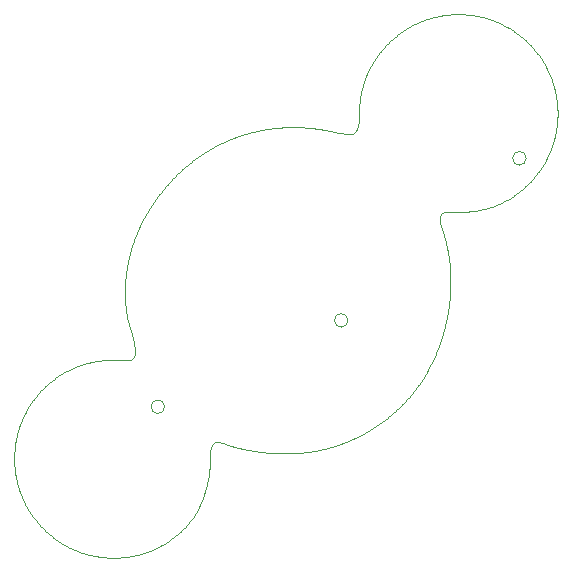
<source format=gbr>
%TF.GenerationSoftware,KiCad,Pcbnew,6.0.1-79c1e3a40b~116~ubuntu20.04.1*%
%TF.CreationDate,2022-02-07T17:34:28-08:00*%
%TF.ProjectId,MirageR1,4d697261-6765-4523-912e-6b696361645f,rev?*%
%TF.SameCoordinates,Original*%
%TF.FileFunction,Profile,NP*%
%FSLAX46Y46*%
G04 Gerber Fmt 4.6, Leading zero omitted, Abs format (unit mm)*
G04 Created by KiCad (PCBNEW 6.0.1-79c1e3a40b~116~ubuntu20.04.1) date 2022-02-07 17:34:28*
%MOMM*%
%LPD*%
G01*
G04 APERTURE LIST*
%TA.AperFunction,Profile*%
%ADD10C,0.100000*%
%TD*%
G04 APERTURE END LIST*
D10*
X153277421Y-100257492D02*
G75*
G03*
X153277421Y-100257492I-576000J0D01*
G01*
X168370299Y-86536679D02*
G75*
G03*
X168370299Y-86536679I-576000J0D01*
G01*
X137750500Y-107571413D02*
G75*
G03*
X137750500Y-107571413I-576000J0D01*
G01*
%TO.C,Ref\u002A\u002A*%
X138638913Y-88080413D02*
X138638913Y-88080413D01*
X138686113Y-88033313D02*
X138638913Y-88080413D01*
X138757113Y-87963113D02*
X138686113Y-88033313D01*
X138828913Y-87893113D02*
X138757113Y-87963113D01*
X138900913Y-87823713D02*
X138828913Y-87893113D01*
X138972813Y-87755413D02*
X138900913Y-87823713D01*
X139045513Y-87687213D02*
X138972813Y-87755413D01*
X139119113Y-87619113D02*
X139045513Y-87687213D01*
X139192613Y-87552013D02*
X139119113Y-87619113D01*
X139266213Y-87485613D02*
X139192613Y-87552013D01*
X139340913Y-87419213D02*
X139266213Y-87485613D01*
X139416013Y-87353213D02*
X139340913Y-87419213D01*
X139491213Y-87288113D02*
X139416013Y-87353213D01*
X139567113Y-87223213D02*
X139491213Y-87288113D01*
X139643413Y-87158913D02*
X139567113Y-87223213D01*
X139719913Y-87095313D02*
X139643413Y-87158913D01*
X139796913Y-87032113D02*
X139719913Y-87095313D01*
X139874313Y-86969513D02*
X139796913Y-87032113D01*
X139952313Y-86907313D02*
X139874313Y-86969513D01*
X140030913Y-86845513D02*
X139952313Y-86907313D01*
X140109713Y-86784413D02*
X140030913Y-86845513D01*
X140189113Y-86723713D02*
X140109713Y-86784413D01*
X140269013Y-86663513D02*
X140189113Y-86723713D01*
X140349113Y-86603913D02*
X140269013Y-86663513D01*
X140430213Y-86544613D02*
X140349113Y-86603913D01*
X140511513Y-86485913D02*
X140430213Y-86544613D01*
X140592613Y-86428313D02*
X140511513Y-86485913D01*
X140674313Y-86371113D02*
X140592613Y-86428313D01*
X140756713Y-86314313D02*
X140674313Y-86371113D01*
X140838913Y-86258413D02*
X140756713Y-86314313D01*
X140921713Y-86203013D02*
X140838913Y-86258413D01*
X141005113Y-86148013D02*
X140921713Y-86203013D01*
X141089113Y-86093513D02*
X141005113Y-86148013D01*
X141173613Y-86039513D02*
X141089113Y-86093513D01*
X141258213Y-85986313D02*
X141173613Y-86039513D01*
X141342913Y-85933813D02*
X141258213Y-85986313D01*
X141427513Y-85882313D02*
X141342913Y-85933813D01*
X141512813Y-85831213D02*
X141427513Y-85882313D01*
X141599313Y-85780213D02*
X141512813Y-85831213D01*
X141685713Y-85730113D02*
X141599313Y-85780213D01*
X141772613Y-85680513D02*
X141685713Y-85730113D01*
X141860313Y-85631313D02*
X141772613Y-85680513D01*
X141947613Y-85583213D02*
X141860313Y-85631313D01*
X142035013Y-85535913D02*
X141947613Y-85583213D01*
X142122913Y-85489013D02*
X142035013Y-85535913D01*
X142211313Y-85442813D02*
X142122913Y-85489013D01*
X142300013Y-85397213D02*
X142211313Y-85442813D01*
X142389113Y-85352213D02*
X142300013Y-85397213D01*
X142478313Y-85308013D02*
X142389113Y-85352213D01*
X142567713Y-85264513D02*
X142478313Y-85308013D01*
X142657013Y-85221813D02*
X142567713Y-85264513D01*
X142747013Y-85179613D02*
X142657013Y-85221813D01*
X142838013Y-85137713D02*
X142747013Y-85179613D01*
X142929213Y-85096613D02*
X142838013Y-85137713D01*
X143020013Y-85056413D02*
X142929213Y-85096613D01*
X143111313Y-85016813D02*
X143020013Y-85056413D01*
X143203413Y-84977713D02*
X143111313Y-85016813D01*
X143295313Y-84939413D02*
X143203413Y-84977713D01*
X143387413Y-84901813D02*
X143295313Y-84939413D01*
X143480113Y-84864813D02*
X143387413Y-84901813D01*
X143572513Y-84828713D02*
X143480113Y-84864813D01*
X143665813Y-84793013D02*
X143572513Y-84828713D01*
X143759213Y-84758113D02*
X143665813Y-84793013D01*
X143852413Y-84724013D02*
X143759213Y-84758113D01*
X143946013Y-84690613D02*
X143852413Y-84724013D01*
X144039813Y-84657813D02*
X143946013Y-84690613D01*
X144133913Y-84625713D02*
X144039813Y-84657813D01*
X144228213Y-84594313D02*
X144133913Y-84625713D01*
X144322713Y-84563713D02*
X144228213Y-84594313D01*
X144417213Y-84533713D02*
X144322713Y-84563713D01*
X144511713Y-84504513D02*
X144417213Y-84533713D01*
X144607413Y-84475813D02*
X144511713Y-84504513D01*
X144703513Y-84447613D02*
X144607413Y-84475813D01*
X144799613Y-84420313D02*
X144703513Y-84447613D01*
X144895513Y-84393713D02*
X144799613Y-84420313D01*
X144991313Y-84367913D02*
X144895513Y-84393713D01*
X145088013Y-84342613D02*
X144991313Y-84367913D01*
X145185013Y-84318013D02*
X145088013Y-84342613D01*
X145281813Y-84294213D02*
X145185013Y-84318013D01*
X145378113Y-84271313D02*
X145281813Y-84294213D01*
X145475313Y-84248813D02*
X145378113Y-84271313D01*
X145572713Y-84227113D02*
X145475313Y-84248813D01*
X145669613Y-84206213D02*
X145572713Y-84227113D01*
X145767313Y-84185913D02*
X145669613Y-84206213D01*
X145865013Y-84166313D02*
X145767313Y-84185913D01*
X145963413Y-84147313D02*
X145865013Y-84166313D01*
X146061913Y-84129113D02*
X145963413Y-84147313D01*
X146159713Y-84111713D02*
X146061913Y-84129113D01*
X146258113Y-84094913D02*
X146159713Y-84111713D01*
X146356413Y-84078813D02*
X146258113Y-84094913D01*
X146455313Y-84063413D02*
X146356413Y-84078813D01*
X146554013Y-84048713D02*
X146455313Y-84063413D01*
X146653313Y-84034613D02*
X146554013Y-84048713D01*
X146752413Y-84021313D02*
X146653313Y-84034613D01*
X146851213Y-84008813D02*
X146752413Y-84021313D01*
X146950213Y-83996913D02*
X146851213Y-84008813D01*
X147049213Y-83985713D02*
X146950213Y-83996913D01*
X147148213Y-83975213D02*
X147049213Y-83985713D01*
X147248013Y-83965413D02*
X147148213Y-83975213D01*
X147347413Y-83956313D02*
X147248013Y-83965413D01*
X147447213Y-83947913D02*
X147347413Y-83956313D01*
X147546513Y-83940213D02*
X147447213Y-83947913D01*
X147646113Y-83933113D02*
X147546513Y-83940213D01*
X147745213Y-83926813D02*
X147646113Y-83933113D01*
X147844613Y-83921213D02*
X147745213Y-83926813D01*
X147944113Y-83916213D02*
X147844613Y-83921213D01*
X148043513Y-83911913D02*
X147944113Y-83916213D01*
X148143613Y-83908313D02*
X148043513Y-83911913D01*
X148242913Y-83905413D02*
X148143613Y-83908313D01*
X148342413Y-83903113D02*
X148242913Y-83905413D01*
X148442013Y-83901613D02*
X148342413Y-83903113D01*
X148541313Y-83900713D02*
X148442013Y-83901613D01*
X148641113Y-83900413D02*
X148541313Y-83900713D01*
X148741113Y-83900913D02*
X148641113Y-83900413D01*
X148840613Y-83902013D02*
X148741113Y-83900913D01*
X148940613Y-83903713D02*
X148840613Y-83902013D01*
X149040613Y-83906213D02*
X148940613Y-83903713D01*
X149140213Y-83909313D02*
X149040613Y-83906213D01*
X149240213Y-83913013D02*
X149140213Y-83909313D01*
X149340213Y-83917413D02*
X149240213Y-83913013D01*
X149439713Y-83922513D02*
X149340213Y-83917413D01*
X149539613Y-83928213D02*
X149439713Y-83922513D01*
X149639313Y-83934613D02*
X149539613Y-83928213D01*
X149738513Y-83941613D02*
X149639313Y-83934613D01*
X149838013Y-83949213D02*
X149738513Y-83941613D01*
X149937413Y-83957513D02*
X149838013Y-83949213D01*
X150036113Y-83966413D02*
X149937413Y-83957513D01*
X150135013Y-83975913D02*
X150036113Y-83966413D01*
X150234913Y-83986213D02*
X150135013Y-83975913D01*
X150334513Y-83997113D02*
X150234913Y-83986213D01*
X150433313Y-84008513D02*
X150334513Y-83997113D01*
X150532413Y-84020613D02*
X150433313Y-84008513D01*
X150631213Y-84033213D02*
X150532413Y-84020613D01*
X150730213Y-84046613D02*
X150631213Y-84033213D01*
X150828913Y-84060513D02*
X150730213Y-84046613D01*
X150927913Y-84075113D02*
X150828913Y-84060513D01*
X151026513Y-84090313D02*
X150927913Y-84075113D01*
X151125313Y-84106113D02*
X151026513Y-84090313D01*
X151223613Y-84122513D02*
X151125313Y-84106113D01*
X151322213Y-84139513D02*
X151223613Y-84122513D01*
X151420313Y-84157013D02*
X151322213Y-84139513D01*
X151487113Y-84171913D02*
X151420313Y-84157013D01*
X151605013Y-84200613D02*
X151487113Y-84171913D01*
X151700313Y-84223113D02*
X151605013Y-84200613D01*
X151794713Y-84244813D02*
X151700313Y-84223113D01*
X151888613Y-84265813D02*
X151794713Y-84244813D01*
X151983013Y-84286213D02*
X151888613Y-84265813D01*
X152077313Y-84306113D02*
X151983013Y-84286213D01*
X152171413Y-84325213D02*
X152077313Y-84306113D01*
X152265913Y-84343813D02*
X152171413Y-84325213D01*
X152360713Y-84361713D02*
X152265913Y-84343813D01*
X152455313Y-84378813D02*
X152360713Y-84361713D01*
X152549513Y-84395013D02*
X152455313Y-84378813D01*
X152643913Y-84410313D02*
X152549513Y-84395013D01*
X152739013Y-84424713D02*
X152643913Y-84410313D01*
X152834613Y-84438013D02*
X152739013Y-84424713D01*
X152929813Y-84450013D02*
X152834613Y-84438013D01*
X153025113Y-84460513D02*
X152929813Y-84450013D01*
X153120413Y-84469313D02*
X153025113Y-84460513D01*
X153216113Y-84476013D02*
X153120413Y-84469313D01*
X153312013Y-84480213D02*
X153216113Y-84476013D01*
X153408413Y-84481213D02*
X153312013Y-84480213D01*
X153505413Y-84477713D02*
X153408413Y-84481213D01*
X153602513Y-84467813D02*
X153505413Y-84477713D01*
X153697813Y-84447913D02*
X153602513Y-84467813D01*
X153787213Y-84410213D02*
X153697813Y-84447913D01*
X153856013Y-84346313D02*
X153787213Y-84410213D01*
X153918413Y-84268613D02*
X153856013Y-84346313D01*
X153971413Y-84184413D02*
X153918413Y-84268613D01*
X154016613Y-84095513D02*
X153971413Y-84184413D01*
X154055113Y-84003813D02*
X154016613Y-84095513D01*
X154088013Y-83910213D02*
X154055113Y-84003813D01*
X154116213Y-83815013D02*
X154088013Y-83910213D01*
X154140413Y-83718813D02*
X154116213Y-83815013D01*
X154161113Y-83621113D02*
X154140413Y-83718813D01*
X154178713Y-83522213D02*
X154161113Y-83621113D01*
X154193313Y-83423513D02*
X154178713Y-83522213D01*
X154205313Y-83324513D02*
X154193313Y-83423513D01*
X154214813Y-83224713D02*
X154205313Y-83324513D01*
X154221813Y-83123213D02*
X154214813Y-83224713D01*
X154226413Y-82995413D02*
X154221813Y-83123213D01*
X154223813Y-82929213D02*
X154226413Y-82995413D01*
X154220913Y-82830113D02*
X154223813Y-82929213D01*
X154219213Y-82730313D02*
X154220913Y-82830113D01*
X154218713Y-82630913D02*
X154219213Y-82730313D01*
X154219413Y-82532213D02*
X154218713Y-82630913D01*
X154221213Y-82432913D02*
X154219413Y-82532213D01*
X154224313Y-82333113D02*
X154221213Y-82432913D01*
X154228613Y-82233963D02*
X154224313Y-82333113D01*
X154234013Y-82135303D02*
X154228613Y-82233963D01*
X154240713Y-82035763D02*
X154234013Y-82135303D01*
X154248613Y-81936253D02*
X154240713Y-82035763D01*
X154257713Y-81837213D02*
X154248613Y-81936253D01*
X154268113Y-81737843D02*
X154257713Y-81837213D01*
X154279713Y-81638623D02*
X154268113Y-81737843D01*
X154292513Y-81539753D02*
X154279713Y-81638623D01*
X154306313Y-81441853D02*
X154292513Y-81539753D01*
X154321513Y-81343683D02*
X154306313Y-81441853D01*
X154338013Y-81244833D02*
X154321513Y-81343683D01*
X154355513Y-81147133D02*
X154338013Y-81244833D01*
X154374313Y-81049343D02*
X154355513Y-81147133D01*
X154394313Y-80952063D02*
X154374313Y-81049343D01*
X154415513Y-80855073D02*
X154394313Y-80952063D01*
X154437913Y-80758133D02*
X154415513Y-80855073D01*
X154461513Y-80661623D02*
X154437913Y-80758133D01*
X154486113Y-80565953D02*
X154461513Y-80661623D01*
X154512113Y-80469853D02*
X154486113Y-80565953D01*
X154539213Y-80374483D02*
X154512113Y-80469853D01*
X154567513Y-80279233D02*
X154539213Y-80374483D01*
X154596913Y-80184413D02*
X154567513Y-80279233D01*
X154627713Y-80089783D02*
X154596913Y-80184413D01*
X154659313Y-79996073D02*
X154627713Y-80089783D01*
X154692113Y-79903043D02*
X154659313Y-79996073D01*
X154725913Y-79810423D02*
X154692113Y-79903043D01*
X154760913Y-79718403D02*
X154725913Y-79810423D01*
X154797213Y-79626103D02*
X154760913Y-79718403D01*
X154834713Y-79534213D02*
X154797213Y-79626103D01*
X154873513Y-79442313D02*
X154834713Y-79534213D01*
X154913413Y-79351123D02*
X154873513Y-79442313D01*
X154954413Y-79260183D02*
X154913413Y-79351123D01*
X154996413Y-79170263D02*
X154954413Y-79260183D01*
X155039413Y-79080873D02*
X154996413Y-79170263D01*
X155083813Y-78991543D02*
X155039413Y-79080873D01*
X155129413Y-78902363D02*
X155083813Y-78991543D01*
X155175613Y-78814723D02*
X155129413Y-78902363D01*
X155222613Y-78728113D02*
X155175613Y-78814723D01*
X155270713Y-78641993D02*
X155222613Y-78728113D01*
X155319813Y-78556463D02*
X155270713Y-78641993D01*
X155369913Y-78471623D02*
X155319813Y-78556463D01*
X155421213Y-78386853D02*
X155369913Y-78471623D01*
X155473713Y-78302593D02*
X155421213Y-78386853D01*
X155527413Y-78218543D02*
X155473713Y-78302593D01*
X155582113Y-78135133D02*
X155527413Y-78218543D01*
X155637513Y-78052803D02*
X155582113Y-78135133D01*
X155693613Y-77971643D02*
X155637513Y-78052803D01*
X155750613Y-77890983D02*
X155693613Y-77971643D01*
X155809013Y-77810523D02*
X155750613Y-77890983D01*
X155868013Y-77731053D02*
X155809013Y-77810523D01*
X155927913Y-77652273D02*
X155868013Y-77731053D01*
X155989113Y-77573853D02*
X155927913Y-77652273D01*
X156050713Y-77496613D02*
X155989113Y-77573853D01*
X156113713Y-77419433D02*
X156050713Y-77496613D01*
X156177513Y-77343163D02*
X156113713Y-77419433D01*
X156241913Y-77267833D02*
X156177513Y-77343163D01*
X156307313Y-77193113D02*
X156241913Y-77267833D01*
X156373613Y-77119033D02*
X156307313Y-77193113D01*
X156440813Y-77045633D02*
X156373613Y-77119033D01*
X156508813Y-76972963D02*
X156440813Y-77045633D01*
X156577613Y-76901063D02*
X156508813Y-76972963D01*
X156647213Y-76829973D02*
X156577613Y-76901063D01*
X156717813Y-76759373D02*
X156647213Y-76829973D01*
X156789213Y-76689683D02*
X156717813Y-76759373D01*
X156861813Y-76620473D02*
X156789213Y-76689683D01*
X156934913Y-76552383D02*
X156861813Y-76620473D01*
X157008213Y-76485713D02*
X156934913Y-76552383D01*
X157082713Y-76419583D02*
X157008213Y-76485713D01*
X157158313Y-76353953D02*
X157082713Y-76419583D01*
X157234113Y-76289753D02*
X157158313Y-76353953D01*
X157311313Y-76225913D02*
X157234113Y-76289753D01*
X157389513Y-76162773D02*
X157311313Y-76225913D01*
X157468013Y-76100943D02*
X157389513Y-76162773D01*
X157546813Y-76040323D02*
X157468013Y-76100943D01*
X157626713Y-75980433D02*
X157546813Y-76040323D01*
X157707213Y-75921553D02*
X157626713Y-75980433D01*
X157789013Y-75863223D02*
X157707213Y-75921553D01*
X157871213Y-75806023D02*
X157789013Y-75863223D01*
X157953613Y-75750143D02*
X157871213Y-75806023D01*
X158037013Y-75695103D02*
X157953613Y-75750143D01*
X158121113Y-75640943D02*
X158037013Y-75695103D01*
X158205613Y-75587993D02*
X158121113Y-75640943D01*
X158291113Y-75535833D02*
X158205613Y-75587993D01*
X158377213Y-75484723D02*
X158291113Y-75535833D01*
X158463113Y-75435103D02*
X158377213Y-75484723D01*
X158550413Y-75386023D02*
X158463113Y-75435103D01*
X158638613Y-75337873D02*
X158550413Y-75386023D01*
X158726513Y-75291213D02*
X158638613Y-75337873D01*
X158815413Y-75245383D02*
X158726513Y-75291213D01*
X158905113Y-75200553D02*
X158815413Y-75245383D01*
X158994813Y-75157023D02*
X158905113Y-75200553D01*
X159085113Y-75114503D02*
X158994813Y-75157023D01*
X159176313Y-75072893D02*
X159085113Y-75114503D01*
X159268213Y-75032293D02*
X159176313Y-75072893D01*
X159360713Y-74992783D02*
X159268213Y-75032293D01*
X159453513Y-74954443D02*
X159360713Y-74992783D01*
X159546513Y-74917343D02*
X159453513Y-74954443D01*
X159639313Y-74881553D02*
X159546513Y-74917343D01*
X159733113Y-74846723D02*
X159639313Y-74881553D01*
X159826913Y-74813103D02*
X159733113Y-74846723D01*
X159921413Y-74780543D02*
X159826913Y-74813103D01*
X160016813Y-74748903D02*
X159921413Y-74780543D01*
X160112013Y-74718623D02*
X160016813Y-74748903D01*
X160207413Y-74689533D02*
X160112013Y-74718623D01*
X160303413Y-74661483D02*
X160207413Y-74689533D01*
X160400013Y-74634503D02*
X160303413Y-74661483D01*
X160497213Y-74608633D02*
X160400013Y-74634503D01*
X160594713Y-74583913D02*
X160497213Y-74608633D01*
X160692513Y-74560353D02*
X160594713Y-74583913D01*
X160790513Y-74537993D02*
X160692513Y-74560353D01*
X160888513Y-74516853D02*
X160790513Y-74537993D01*
X160986513Y-74496933D02*
X160888513Y-74516853D01*
X161084413Y-74478253D02*
X160986513Y-74496933D01*
X161182813Y-74460673D02*
X161084413Y-74478253D01*
X161282113Y-74444143D02*
X161182813Y-74460673D01*
X161381413Y-74428833D02*
X161282113Y-74444143D01*
X161480113Y-74414813D02*
X161381413Y-74428833D01*
X161579113Y-74401943D02*
X161480113Y-74414813D01*
X161678713Y-74390203D02*
X161579113Y-74401943D01*
X161778013Y-74379693D02*
X161678713Y-74390203D01*
X161877213Y-74370363D02*
X161778013Y-74379693D01*
X161976913Y-74362183D02*
X161877213Y-74370363D01*
X162076813Y-74355163D02*
X161976913Y-74362183D01*
X162177113Y-74349323D02*
X162076813Y-74355163D01*
X162276613Y-74344713D02*
X162177113Y-74349323D01*
X162376813Y-74341253D02*
X162276613Y-74344713D01*
X162476513Y-74338993D02*
X162376813Y-74341253D01*
X162576813Y-74337903D02*
X162476513Y-74338993D01*
X162676613Y-74338003D02*
X162576813Y-74337903D01*
X162776813Y-74339283D02*
X162676613Y-74338003D01*
X162877413Y-74341763D02*
X162776813Y-74339283D01*
X162977813Y-74345443D02*
X162877413Y-74341763D01*
X163077913Y-74350293D02*
X162977813Y-74345443D01*
X163177813Y-74356323D02*
X163077913Y-74350293D01*
X163277213Y-74363513D02*
X163177813Y-74356323D01*
X163376213Y-74371843D02*
X163277213Y-74363513D01*
X163476013Y-74381413D02*
X163376213Y-74371843D01*
X163575713Y-74392193D02*
X163476013Y-74381413D01*
X163674913Y-74404093D02*
X163575713Y-74392193D01*
X163773413Y-74417103D02*
X163674913Y-74404093D01*
X163872513Y-74431373D02*
X163773413Y-74417103D01*
X163971413Y-74446833D02*
X163872513Y-74431373D01*
X164069513Y-74463353D02*
X163971413Y-74446833D01*
X164168113Y-74481143D02*
X164069513Y-74463353D01*
X164266413Y-74500103D02*
X164168113Y-74481143D01*
X164363713Y-74520083D02*
X164266413Y-74500103D01*
X164461313Y-74541323D02*
X164363713Y-74520083D01*
X164558613Y-74563703D02*
X164461313Y-74541323D01*
X164656113Y-74587363D02*
X164558613Y-74563703D01*
X164753213Y-74612143D02*
X164656113Y-74587363D01*
X164849713Y-74638013D02*
X164753213Y-74612143D01*
X164946113Y-74665073D02*
X164849713Y-74638013D01*
X165041513Y-74693103D02*
X164946113Y-74665073D01*
X165137013Y-74722383D02*
X165041513Y-74693103D01*
X165231813Y-74752703D02*
X165137013Y-74722383D01*
X165326613Y-74784283D02*
X165231813Y-74752703D01*
X165420713Y-74816863D02*
X165326613Y-74784283D01*
X165514713Y-74850683D02*
X165420713Y-74816863D01*
X165608013Y-74885473D02*
X165514713Y-74850683D01*
X165701113Y-74921493D02*
X165608013Y-74885473D01*
X165794113Y-74958743D02*
X165701113Y-74921493D01*
X165886513Y-74997073D02*
X165794113Y-74958743D01*
X165978413Y-75036463D02*
X165886513Y-74997073D01*
X166069613Y-75076893D02*
X165978413Y-75036463D01*
X166161013Y-75118693D02*
X166069613Y-75076893D01*
X166251313Y-75161333D02*
X166161013Y-75118693D01*
X166341413Y-75205153D02*
X166251313Y-75161333D01*
X166431013Y-75250153D02*
X166341413Y-75205153D01*
X166520013Y-75296123D02*
X166431013Y-75250153D01*
X166608113Y-75343033D02*
X166520013Y-75296123D01*
X166695413Y-75390863D02*
X166608113Y-75343033D01*
X166782713Y-75440023D02*
X166695413Y-75390863D01*
X166869513Y-75490303D02*
X166782713Y-75440023D01*
X166955413Y-75541463D02*
X166869513Y-75490303D01*
X167041213Y-75593943D02*
X166955413Y-75541463D01*
X167125713Y-75647013D02*
X167041213Y-75593943D01*
X167209613Y-75701123D02*
X167125713Y-75647013D01*
X167292813Y-75756273D02*
X167209613Y-75701123D01*
X167375113Y-75812173D02*
X167292813Y-75756273D01*
X167457113Y-75869353D02*
X167375113Y-75812173D01*
X167538513Y-75927523D02*
X167457113Y-75869353D01*
X167618713Y-75986363D02*
X167538513Y-75927523D01*
X167698713Y-76046473D02*
X167618713Y-75986363D01*
X167777913Y-76107513D02*
X167698713Y-76046473D01*
X167856013Y-76169163D02*
X167777913Y-76107513D01*
X167933813Y-76232033D02*
X167856013Y-76169163D01*
X168010713Y-76295793D02*
X167933813Y-76232033D01*
X168086413Y-76360063D02*
X168010713Y-76295793D01*
X168161813Y-76425523D02*
X168086413Y-76360063D01*
X168236213Y-76491803D02*
X168161813Y-76425523D01*
X168310313Y-76559263D02*
X168236213Y-76491803D01*
X168383413Y-76627503D02*
X168310313Y-76559263D01*
X168456113Y-76696913D02*
X168383413Y-76627503D01*
X168527813Y-76767083D02*
X168456113Y-76696913D01*
X168598613Y-76837913D02*
X168527813Y-76767083D01*
X168668313Y-76909333D02*
X168598613Y-76837913D01*
X168737513Y-76981943D02*
X168668313Y-76909333D01*
X168805613Y-77055083D02*
X168737513Y-76981943D01*
X168872313Y-77128393D02*
X168805613Y-77055083D01*
X168938513Y-77202833D02*
X168872313Y-77128393D01*
X169004113Y-77278483D02*
X168938513Y-77202833D01*
X169068313Y-77354293D02*
X169004113Y-77278483D01*
X169132213Y-77431493D02*
X169068313Y-77354293D01*
X169195313Y-77509733D02*
X169132213Y-77431493D01*
X169257213Y-77588243D02*
X169195313Y-77509733D01*
X169317813Y-77667113D02*
X169257213Y-77588243D01*
X169377713Y-77746983D02*
X169317813Y-77667113D01*
X169436613Y-77827483D02*
X169377713Y-77746983D01*
X169495013Y-77909263D02*
X169436613Y-77827483D01*
X169552213Y-77991543D02*
X169495013Y-77909263D01*
X169608113Y-78073983D02*
X169552213Y-77991543D01*
X169663213Y-78157323D02*
X169608113Y-78073983D01*
X169717313Y-78241503D02*
X169663213Y-78157323D01*
X169770313Y-78326013D02*
X169717313Y-78241503D01*
X169822513Y-78411513D02*
X169770313Y-78326013D01*
X169873613Y-78497603D02*
X169822513Y-78411513D01*
X169923313Y-78583513D02*
X169873613Y-78497603D01*
X169972413Y-78670873D02*
X169923313Y-78583513D01*
X170020513Y-78759043D02*
X169972413Y-78670873D01*
X170067213Y-78846993D02*
X170020513Y-78759043D01*
X170113113Y-78935913D02*
X170067213Y-78846993D01*
X170157913Y-79025553D02*
X170113113Y-78935913D01*
X170201513Y-79115243D02*
X170157913Y-79025553D01*
X170244013Y-79205593D02*
X170201513Y-79115243D01*
X170285613Y-79296823D02*
X170244013Y-79205593D01*
X170326213Y-79388763D02*
X170285613Y-79296823D01*
X170365813Y-79481243D02*
X170326213Y-79388763D01*
X170404113Y-79574053D02*
X170365813Y-79481243D01*
X170441313Y-79667013D02*
X170404113Y-79574053D01*
X170477113Y-79759893D02*
X170441313Y-79667013D01*
X170511913Y-79853633D02*
X170477113Y-79759893D01*
X170545613Y-79947503D02*
X170511913Y-79853633D01*
X170578113Y-80041943D02*
X170545613Y-79947503D01*
X170609813Y-80137433D02*
X170578113Y-80041943D01*
X170640113Y-80232613D02*
X170609813Y-80137433D01*
X170669213Y-80327973D02*
X170640113Y-80232613D01*
X170697313Y-80424013D02*
X170669213Y-80327973D01*
X170724313Y-80520653D02*
X170697313Y-80424013D01*
X170750213Y-80617783D02*
X170724313Y-80520653D01*
X170774913Y-80715303D02*
X170750213Y-80617783D01*
X170798513Y-80813113D02*
X170774913Y-80715303D01*
X170820913Y-80911103D02*
X170798513Y-80813113D01*
X170842113Y-81009153D02*
X170820913Y-80911103D01*
X170862013Y-81107173D02*
X170842113Y-81009153D01*
X170880713Y-81205033D02*
X170862013Y-81107173D01*
X170898313Y-81303433D02*
X170880713Y-81205033D01*
X170914813Y-81402743D02*
X170898313Y-81303433D01*
X170930213Y-81502043D02*
X170914813Y-81402743D01*
X170944213Y-81600803D02*
X170930213Y-81502043D01*
X170957113Y-81699803D02*
X170944213Y-81600803D01*
X170968913Y-81799403D02*
X170957113Y-81699803D01*
X170979413Y-81898643D02*
X170968913Y-81799403D01*
X170988813Y-81997883D02*
X170979413Y-81898643D01*
X170997013Y-82097523D02*
X170988813Y-81997883D01*
X171004013Y-82197513D02*
X170997013Y-82097523D01*
X171009913Y-82297803D02*
X171004013Y-82197513D01*
X171014513Y-82397313D02*
X171009913Y-82297803D01*
X171018013Y-82497513D02*
X171014513Y-82397313D01*
X171020313Y-82597213D02*
X171018013Y-82497513D01*
X171021413Y-82697513D02*
X171020313Y-82597213D01*
X171021313Y-82797213D02*
X171021413Y-82697513D01*
X171020113Y-82897413D02*
X171021313Y-82797213D01*
X171017613Y-82998013D02*
X171020113Y-82897413D01*
X171013913Y-83098413D02*
X171017613Y-82998013D01*
X171009113Y-83198613D02*
X171013913Y-83098413D01*
X171003113Y-83298413D02*
X171009113Y-83198613D01*
X170995913Y-83397913D02*
X171003113Y-83298413D01*
X170987613Y-83496913D02*
X170995913Y-83397913D01*
X170978113Y-83596613D02*
X170987613Y-83496913D01*
X170967313Y-83696413D02*
X170978113Y-83596613D01*
X170955413Y-83795513D02*
X170967313Y-83696413D01*
X170942513Y-83894113D02*
X170955413Y-83795513D01*
X170928213Y-83993113D02*
X170942513Y-83894113D01*
X170912813Y-84092013D02*
X170928213Y-83993113D01*
X170896313Y-84190113D02*
X170912813Y-84092013D01*
X170878513Y-84288713D02*
X170896313Y-84190113D01*
X170859613Y-84387013D02*
X170878513Y-84288713D01*
X170839613Y-84484313D02*
X170859613Y-84387013D01*
X170818413Y-84581913D02*
X170839613Y-84484313D01*
X170796013Y-84679213D02*
X170818413Y-84581913D01*
X170772413Y-84776713D02*
X170796013Y-84679213D01*
X170747613Y-84873813D02*
X170772413Y-84776713D01*
X170721813Y-84970313D02*
X170747613Y-84873813D01*
X170694713Y-85066613D02*
X170721813Y-84970313D01*
X170666713Y-85162013D02*
X170694713Y-85066613D01*
X170637513Y-85257513D02*
X170666713Y-85162013D01*
X170607213Y-85352313D02*
X170637513Y-85257513D01*
X170575613Y-85447113D02*
X170607213Y-85352313D01*
X170543113Y-85541213D02*
X170575613Y-85447113D01*
X170509313Y-85635313D02*
X170543113Y-85541213D01*
X170474513Y-85728513D02*
X170509313Y-85635313D01*
X170438513Y-85821613D02*
X170474513Y-85728513D01*
X170401313Y-85914513D02*
X170438513Y-85821613D01*
X170363013Y-86007013D02*
X170401313Y-85914513D01*
X170323613Y-86098813D02*
X170363013Y-86007013D01*
X170283213Y-86190113D02*
X170323613Y-86098813D01*
X170241413Y-86281413D02*
X170283213Y-86190113D01*
X170198813Y-86371813D02*
X170241413Y-86281413D01*
X170155013Y-86461813D02*
X170198813Y-86371813D01*
X170110013Y-86551513D02*
X170155013Y-86461813D01*
X170064113Y-86640413D02*
X170110013Y-86551513D01*
X170017213Y-86728513D02*
X170064113Y-86640413D01*
X169969413Y-86815813D02*
X170017213Y-86728513D01*
X169920213Y-86903113D02*
X169969413Y-86815813D01*
X169870013Y-86989913D02*
X169920213Y-86903113D01*
X169818813Y-87075813D02*
X169870013Y-86989913D01*
X169766413Y-87161613D02*
X169818813Y-87075813D01*
X169713313Y-87246013D02*
X169766413Y-87161613D01*
X169659213Y-87329913D02*
X169713313Y-87246013D01*
X169604113Y-87413113D02*
X169659213Y-87329913D01*
X169548213Y-87495413D02*
X169604113Y-87413113D01*
X169491113Y-87577413D02*
X169548213Y-87495413D01*
X169432913Y-87658713D02*
X169491113Y-87577413D01*
X169374113Y-87739013D02*
X169432913Y-87658713D01*
X169314013Y-87818913D02*
X169374113Y-87739013D01*
X169253013Y-87898113D02*
X169314013Y-87818913D01*
X169191313Y-87976213D02*
X169253013Y-87898113D01*
X169128513Y-88053913D02*
X169191313Y-87976213D01*
X169064813Y-88130913D02*
X169128513Y-88053913D01*
X169000513Y-88206613D02*
X169064813Y-88130913D01*
X168935113Y-88281913D02*
X169000513Y-88206613D01*
X168868813Y-88356313D02*
X168935113Y-88281913D01*
X168801413Y-88430313D02*
X168868813Y-88356313D01*
X168733113Y-88503513D02*
X168801413Y-88430313D01*
X168663713Y-88576113D02*
X168733113Y-88503513D01*
X168593613Y-88647913D02*
X168663713Y-88576113D01*
X168522813Y-88718513D02*
X168593613Y-88647913D01*
X168451613Y-88788013D02*
X168522813Y-88718513D01*
X168379413Y-88857013D02*
X168451613Y-88788013D01*
X168306813Y-88924913D02*
X168379413Y-88857013D01*
X168233013Y-88992413D02*
X168306813Y-88924913D01*
X168158613Y-89059013D02*
X168233013Y-88992413D01*
X168083513Y-89124613D02*
X168158613Y-89059013D01*
X168007613Y-89189513D02*
X168083513Y-89124613D01*
X167930713Y-89253713D02*
X168007613Y-89189513D01*
X167853213Y-89316813D02*
X167930713Y-89253713D01*
X167775613Y-89378613D02*
X167853213Y-89316813D01*
X167697113Y-89439613D02*
X167775613Y-89378613D01*
X167618013Y-89499613D02*
X167697113Y-89439613D01*
X167537813Y-89558913D02*
X167618013Y-89499613D01*
X167456713Y-89617313D02*
X167537813Y-89558913D01*
X167374813Y-89675013D02*
X167456713Y-89617313D01*
X167292113Y-89731613D02*
X167374813Y-89675013D01*
X167209413Y-89786713D02*
X167292113Y-89731613D01*
X167126413Y-89840513D02*
X167209413Y-89786713D01*
X167042013Y-89893813D02*
X167126413Y-89840513D01*
X166957113Y-89946013D02*
X167042013Y-89893813D01*
X166871613Y-89997013D02*
X166957113Y-89946013D01*
X166785213Y-90047113D02*
X166871613Y-89997013D01*
X166698313Y-90096013D02*
X166785213Y-90047113D01*
X166611213Y-90143613D02*
X166698313Y-90096013D01*
X166522913Y-90190413D02*
X166611213Y-90143613D01*
X166434213Y-90235913D02*
X166522913Y-90190413D01*
X166344713Y-90280313D02*
X166434213Y-90235913D01*
X166254713Y-90323613D02*
X166344713Y-90280313D01*
X166164713Y-90365413D02*
X166254713Y-90323613D01*
X166074313Y-90406113D02*
X166164713Y-90365413D01*
X165983013Y-90445613D02*
X166074313Y-90406113D01*
X165891213Y-90484013D02*
X165983013Y-90445613D01*
X165799013Y-90521213D02*
X165891213Y-90484013D01*
X165706613Y-90557013D02*
X165799013Y-90521213D01*
X165613113Y-90591913D02*
X165706613Y-90557013D01*
X165519213Y-90625513D02*
X165613113Y-90591913D01*
X165424413Y-90658013D02*
X165519213Y-90625513D01*
X165329413Y-90689213D02*
X165424413Y-90658013D01*
X165233913Y-90719213D02*
X165329413Y-90689213D01*
X165138613Y-90747713D02*
X165233913Y-90719213D01*
X165042913Y-90775013D02*
X165138613Y-90747713D01*
X164946513Y-90801213D02*
X165042913Y-90775013D01*
X164849313Y-90826213D02*
X164946513Y-90801213D01*
X164752213Y-90849813D02*
X164849313Y-90826213D01*
X164655713Y-90872013D02*
X164752213Y-90849813D01*
X164559113Y-90892913D02*
X164655713Y-90872013D01*
X164462413Y-90912613D02*
X164559113Y-90892913D01*
X164364713Y-90931113D02*
X164462413Y-90912613D01*
X164266513Y-90948513D02*
X164364713Y-90931113D01*
X164167613Y-90964713D02*
X164266513Y-90948513D01*
X164068313Y-90979713D02*
X164167613Y-90964713D01*
X163969313Y-90993313D02*
X164068313Y-90979713D01*
X163870513Y-91005713D02*
X163969313Y-90993313D01*
X163772213Y-91016813D02*
X163870513Y-91005713D01*
X163673613Y-91026713D02*
X163772213Y-91016813D01*
X163574213Y-91035513D02*
X163673613Y-91026713D01*
X163475113Y-91043013D02*
X163574213Y-91035513D01*
X163375813Y-91049413D02*
X163475113Y-91043013D01*
X163276013Y-91054613D02*
X163375813Y-91049413D01*
X163176713Y-91058513D02*
X163276013Y-91054613D01*
X163077513Y-91061413D02*
X163176713Y-91058513D01*
X162977913Y-91063013D02*
X163077513Y-91061413D01*
X162878013Y-91063613D02*
X162977913Y-91063013D01*
X162777913Y-91062913D02*
X162878013Y-91063613D01*
X162678713Y-91061213D02*
X162777913Y-91062913D01*
X162578813Y-91058313D02*
X162678713Y-91061213D01*
X162479413Y-91054413D02*
X162578813Y-91058313D01*
X162379513Y-91049313D02*
X162479413Y-91054413D01*
X162287713Y-91051213D02*
X162379513Y-91049313D01*
X162190613Y-91052613D02*
X162287713Y-91051213D01*
X162095013Y-91052813D02*
X162190613Y-91052613D01*
X162000013Y-91053613D02*
X162095013Y-91052813D01*
X161905713Y-91056013D02*
X162000013Y-91053613D01*
X161811413Y-91060913D02*
X161905713Y-91056013D01*
X161717013Y-91069013D02*
X161811413Y-91060913D01*
X161622313Y-91081413D02*
X161717013Y-91069013D01*
X161528713Y-91099213D02*
X161622313Y-91081413D01*
X161436413Y-91124113D02*
X161528713Y-91099213D01*
X161347513Y-91157713D02*
X161436413Y-91124113D01*
X161264113Y-91202413D02*
X161347513Y-91157713D01*
X161189613Y-91260813D02*
X161264113Y-91202413D01*
X161131013Y-91335113D02*
X161189613Y-91260813D01*
X161091213Y-91421813D02*
X161131013Y-91335113D01*
X161067913Y-91513913D02*
X161091213Y-91421813D01*
X161057213Y-91608013D02*
X161067913Y-91513913D01*
X161055913Y-91702713D02*
X161057213Y-91608013D01*
X161061913Y-91798113D02*
X161055913Y-91702713D01*
X161073513Y-91893113D02*
X161061913Y-91798113D01*
X161089313Y-91986713D02*
X161073513Y-91893113D01*
X161108513Y-92079613D02*
X161089313Y-91986713D01*
X161130513Y-92171813D02*
X161108513Y-92079613D01*
X161154513Y-92262913D02*
X161130513Y-92171813D01*
X161180313Y-92353413D02*
X161154513Y-92262913D01*
X161207913Y-92444313D02*
X161180313Y-92353413D01*
X161236813Y-92535413D02*
X161207913Y-92444313D01*
X161266513Y-92625413D02*
X161236813Y-92535413D01*
X161296913Y-92715713D02*
X161266513Y-92625413D01*
X161328013Y-92806313D02*
X161296913Y-92715713D01*
X161359213Y-92896513D02*
X161328013Y-92806313D01*
X161388913Y-92989313D02*
X161359213Y-92896513D01*
X161417513Y-93084613D02*
X161388913Y-92989313D01*
X161445513Y-93181013D02*
X161417513Y-93084613D01*
X161472713Y-93277713D02*
X161445513Y-93181013D01*
X161499113Y-93374213D02*
X161472713Y-93277713D01*
X161524613Y-93470913D02*
X161499113Y-93374213D01*
X161549413Y-93568013D02*
X161524613Y-93470913D01*
X161573613Y-93665613D02*
X161549413Y-93568013D01*
X161596713Y-93762513D02*
X161573613Y-93665613D01*
X161619213Y-93859913D02*
X161596713Y-93762513D01*
X161640913Y-93957413D02*
X161619213Y-93859913D01*
X161661713Y-94054513D02*
X161640913Y-93957413D01*
X161681813Y-94152113D02*
X161661713Y-94054513D01*
X161701213Y-94249813D02*
X161681813Y-94152113D01*
X161720013Y-94348213D02*
X161701213Y-94249813D01*
X161738013Y-94446513D02*
X161720013Y-94348213D01*
X161755313Y-94545413D02*
X161738013Y-94446513D01*
X161771813Y-94644013D02*
X161755313Y-94545413D01*
X161787513Y-94742513D02*
X161771813Y-94644013D01*
X161802513Y-94840513D02*
X161787513Y-94742513D01*
X161816813Y-94939013D02*
X161802513Y-94840513D01*
X161830413Y-95038213D02*
X161816813Y-94939013D01*
X161843413Y-95137813D02*
X161830413Y-95038213D01*
X161855613Y-95237213D02*
X161843413Y-95137813D01*
X161867113Y-95336113D02*
X161855613Y-95237213D01*
X161877913Y-95435813D02*
X161867113Y-95336113D01*
X161888013Y-95535113D02*
X161877913Y-95435813D01*
X161897413Y-95634713D02*
X161888013Y-95535113D01*
X161906013Y-95734113D02*
X161897413Y-95634713D01*
X161914013Y-95833813D02*
X161906013Y-95734113D01*
X161921413Y-95933813D02*
X161914013Y-95833813D01*
X161928113Y-96034113D02*
X161921413Y-95933813D01*
X161934013Y-96134413D02*
X161928113Y-96034113D01*
X161939313Y-96234613D02*
X161934013Y-96134413D01*
X161943913Y-96334313D02*
X161939313Y-96234613D01*
X161947813Y-96434713D02*
X161943913Y-96334313D01*
X161951113Y-96534813D02*
X161947813Y-96434713D01*
X161953613Y-96635313D02*
X161951113Y-96534813D01*
X161955513Y-96735313D02*
X161953613Y-96635313D01*
X161956813Y-96835313D02*
X161955513Y-96735313D01*
X161957413Y-96935813D02*
X161956813Y-96835313D01*
X161957313Y-97036113D02*
X161957413Y-96935813D01*
X161956513Y-97135513D02*
X161957313Y-97036113D01*
X161955113Y-97234813D02*
X161956513Y-97135513D01*
X161953113Y-97334113D02*
X161955113Y-97234813D01*
X161950413Y-97433413D02*
X161953113Y-97334113D01*
X161947113Y-97532413D02*
X161950413Y-97433413D01*
X161943213Y-97632013D02*
X161947113Y-97532413D01*
X161938513Y-97732513D02*
X161943213Y-97632013D01*
X161933213Y-97833013D02*
X161938513Y-97732513D01*
X161927313Y-97933013D02*
X161933213Y-97833013D01*
X161920813Y-98032313D02*
X161927313Y-97933013D01*
X161913613Y-98131813D02*
X161920813Y-98032313D01*
X161905813Y-98231813D02*
X161913613Y-98131813D01*
X161897313Y-98331313D02*
X161905813Y-98231813D01*
X161888213Y-98430813D02*
X161897313Y-98331313D01*
X161878513Y-98530613D02*
X161888213Y-98430813D01*
X161868213Y-98629613D02*
X161878513Y-98530613D01*
X161857313Y-98728413D02*
X161868213Y-98629613D01*
X161845713Y-98827413D02*
X161857313Y-98728413D01*
X161833513Y-98926413D02*
X161845713Y-98827413D01*
X161820713Y-99025413D02*
X161833513Y-98926413D01*
X161807313Y-99124413D02*
X161820713Y-99025413D01*
X161793213Y-99223313D02*
X161807313Y-99124413D01*
X161778513Y-99322113D02*
X161793213Y-99223313D01*
X161763213Y-99420613D02*
X161778513Y-99322113D01*
X161747313Y-99518913D02*
X161763213Y-99420613D01*
X161730913Y-99617013D02*
X161747313Y-99518913D01*
X161713713Y-99715713D02*
X161730913Y-99617013D01*
X161695813Y-99814713D02*
X161713713Y-99715713D01*
X161677313Y-99913213D02*
X161695813Y-99814713D01*
X161658313Y-100011313D02*
X161677313Y-99913213D01*
X161638813Y-100108813D02*
X161658313Y-100011313D01*
X161618513Y-100206813D02*
X161638813Y-100108813D01*
X161597613Y-100304913D02*
X161618513Y-100206813D01*
X161576113Y-100402313D02*
X161597613Y-100304913D01*
X161554013Y-100500213D02*
X161576113Y-100402313D01*
X161531213Y-100597913D02*
X161554013Y-100500213D01*
X161507913Y-100694913D02*
X161531213Y-100597913D01*
X161484013Y-100792213D02*
X161507913Y-100694913D01*
X161459413Y-100889313D02*
X161484013Y-100792213D01*
X161434413Y-100985513D02*
X161459413Y-100889313D01*
X161408713Y-101081913D02*
X161434413Y-100985513D01*
X161382413Y-101178013D02*
X161408713Y-101081913D01*
X161355413Y-101274413D02*
X161382413Y-101178013D01*
X161327913Y-101370413D02*
X161355413Y-101274413D01*
X161299613Y-101466613D02*
X161327913Y-101370413D01*
X161270913Y-101562213D02*
X161299613Y-101466613D01*
X161241413Y-101658113D02*
X161270913Y-101562213D01*
X161211413Y-101753413D02*
X161241413Y-101658113D01*
X161180713Y-101848813D02*
X161211413Y-101753413D01*
X161149513Y-101943613D02*
X161180713Y-101848813D01*
X161117713Y-102038513D02*
X161149513Y-101943613D01*
X161085413Y-102132713D02*
X161117713Y-102038513D01*
X161052413Y-102226913D02*
X161085413Y-102132713D01*
X161018713Y-102321113D02*
X161052413Y-102226913D01*
X160984513Y-102414913D02*
X161018713Y-102321113D01*
X160949413Y-102509113D02*
X160984513Y-102414913D01*
X160914013Y-102602413D02*
X160949413Y-102509113D01*
X160877913Y-102695613D02*
X160914013Y-102602413D01*
X160841213Y-102788713D02*
X160877913Y-102695613D01*
X160804013Y-102881313D02*
X160841213Y-102788713D01*
X160765913Y-102974113D02*
X160804013Y-102881313D01*
X160727613Y-103066013D02*
X160765913Y-102974113D01*
X160688613Y-103157613D02*
X160727613Y-103066013D01*
X160648713Y-103249813D02*
X160688613Y-103157613D01*
X160608413Y-103341013D02*
X160648713Y-103249813D01*
X160567613Y-103431913D02*
X160608413Y-103341013D01*
X160525813Y-103523313D02*
X160567613Y-103431913D01*
X160483813Y-103613713D02*
X160525813Y-103523313D01*
X160441213Y-103703613D02*
X160483813Y-103613713D01*
X160397613Y-103794113D02*
X160441213Y-103703613D01*
X160353413Y-103884213D02*
X160397613Y-103794113D01*
X160308813Y-103973513D02*
X160353413Y-103884213D01*
X160263513Y-104062913D02*
X160308813Y-103973513D01*
X160217613Y-104151813D02*
X160263513Y-104062913D01*
X160171413Y-104239813D02*
X160217613Y-104151813D01*
X160124513Y-104327813D02*
X160171413Y-104239813D01*
X160076513Y-104416213D02*
X160124513Y-104327813D01*
X160028013Y-104504113D02*
X160076513Y-104416213D01*
X159979213Y-104591113D02*
X160028013Y-104504113D01*
X159929713Y-104678013D02*
X159979213Y-104591113D01*
X159879613Y-104764313D02*
X159929713Y-104678013D01*
X159828913Y-104850513D02*
X159879613Y-104764313D01*
X159777613Y-104936113D02*
X159828913Y-104850513D01*
X159725613Y-105021513D02*
X159777613Y-104936113D01*
X159673213Y-105106313D02*
X159725613Y-105021513D01*
X159620013Y-105191013D02*
X159673213Y-105106313D01*
X159566313Y-105275013D02*
X159620013Y-105191013D01*
X159512013Y-105358713D02*
X159566313Y-105275013D01*
X159456613Y-105442713D02*
X159512013Y-105358713D01*
X159400813Y-105526013D02*
X159456613Y-105442713D01*
X159344913Y-105608213D02*
X159400813Y-105526013D01*
X159288313Y-105690013D02*
X159344913Y-105608213D01*
X159230613Y-105772013D02*
X159288313Y-105690013D01*
X159172613Y-105853313D02*
X159230613Y-105772013D01*
X159113913Y-105934213D02*
X159172613Y-105853313D01*
X159054813Y-106014413D02*
X159113913Y-105934213D01*
X158995113Y-106094213D02*
X159054813Y-106014413D01*
X158934313Y-106174113D02*
X158995113Y-106094213D01*
X158873213Y-106253213D02*
X158934313Y-106174113D01*
X158811513Y-106331913D02*
X158873213Y-106253213D01*
X158749413Y-106409713D02*
X158811513Y-106331913D01*
X158686613Y-106487113D02*
X158749413Y-106409713D01*
X158622913Y-106564613D02*
X158686613Y-106487113D01*
X158558813Y-106641113D02*
X158622913Y-106564613D01*
X158494213Y-106717213D02*
X158558813Y-106641113D01*
X158429213Y-106792413D02*
X158494213Y-106717213D01*
X158363713Y-106867113D02*
X158429213Y-106792413D01*
X158297113Y-106941813D02*
X158363713Y-106867113D01*
X158230313Y-107015513D02*
X158297113Y-106941813D01*
X158162913Y-107088713D02*
X158230313Y-107015513D01*
X158094513Y-107161813D02*
X158162913Y-107088713D01*
X158025913Y-107234013D02*
X158094513Y-107161813D01*
X157956713Y-107305613D02*
X158025913Y-107234013D01*
X157886413Y-107377113D02*
X157956713Y-107305613D01*
X157815913Y-107447713D02*
X157886413Y-107377113D01*
X157745113Y-107517513D02*
X157815913Y-107447713D01*
X157673513Y-107587213D02*
X157745113Y-107517513D01*
X157601713Y-107656213D02*
X157673513Y-107587213D01*
X157529913Y-107724313D02*
X157601713Y-107656213D01*
X157457313Y-107792313D02*
X157529913Y-107724313D01*
X157383813Y-107860213D02*
X157457313Y-107792313D01*
X157310413Y-107927113D02*
X157383813Y-107860213D01*
X157236913Y-107993213D02*
X157310413Y-107927113D01*
X157162213Y-108059513D02*
X157236913Y-107993213D01*
X157087113Y-108125313D02*
X157162213Y-108059513D01*
X157011813Y-108190313D02*
X157087113Y-108125313D01*
X156935813Y-108255113D02*
X157011813Y-108190313D01*
X156859413Y-108319313D02*
X156935813Y-108255113D01*
X156782813Y-108382813D02*
X156859413Y-108319313D01*
X156705613Y-108445913D02*
X156782813Y-108382813D01*
X156628013Y-108508413D02*
X156705613Y-108445913D01*
X156549713Y-108570613D02*
X156628013Y-108508413D01*
X156470813Y-108632413D02*
X156549713Y-108570613D01*
X156391713Y-108693413D02*
X156470813Y-108632413D01*
X156311913Y-108754213D02*
X156391713Y-108693413D01*
X156232213Y-108813913D02*
X156311913Y-108754213D01*
X156152513Y-108872813D02*
X156232213Y-108813913D01*
X156072713Y-108931013D02*
X156152513Y-108872813D01*
X155991613Y-108989113D02*
X156072713Y-108931013D01*
X155910113Y-109046713D02*
X155991613Y-108989113D01*
X155827913Y-109103913D02*
X155910113Y-109046713D01*
X155745913Y-109160213D02*
X155827913Y-109103913D01*
X155663513Y-109215813D02*
X155745913Y-109160213D01*
X155580213Y-109271113D02*
X155663513Y-109215813D01*
X155496213Y-109326113D02*
X155580213Y-109271113D01*
X155412413Y-109380113D02*
X155496213Y-109326113D01*
X155327813Y-109433713D02*
X155412413Y-109380113D01*
X155242513Y-109486913D02*
X155327813Y-109433713D01*
X155157113Y-109539413D02*
X155242513Y-109486913D01*
X155071713Y-109590913D02*
X155157113Y-109539413D01*
X154985613Y-109642013D02*
X155071713Y-109590913D01*
X154899413Y-109692413D02*
X154985613Y-109642013D01*
X154812613Y-109742213D02*
X154899413Y-109692413D01*
X154725913Y-109791113D02*
X154812613Y-109742213D01*
X154639013Y-109839313D02*
X154725913Y-109791113D01*
X154551413Y-109887113D02*
X154639013Y-109839313D01*
X154463013Y-109934413D02*
X154551413Y-109887113D01*
X154374113Y-109981213D02*
X154463013Y-109934413D01*
X154284613Y-110027513D02*
X154374113Y-109981213D01*
X154195413Y-110072713D02*
X154284613Y-110027513D01*
X154105513Y-110117513D02*
X154195413Y-110072713D01*
X154015113Y-110161713D02*
X154105513Y-110117513D01*
X153924413Y-110205213D02*
X154015113Y-110161713D01*
X153833813Y-110247813D02*
X153924413Y-110205213D01*
X153743113Y-110289613D02*
X153833813Y-110247813D01*
X153652613Y-110330613D02*
X153743113Y-110289613D01*
X153561513Y-110371013D02*
X153652613Y-110330613D01*
X153469513Y-110410913D02*
X153561513Y-110371013D01*
X153377613Y-110450113D02*
X153469513Y-110410913D01*
X153286013Y-110488313D02*
X153377613Y-110450113D01*
X153193413Y-110526113D02*
X153286013Y-110488313D01*
X153100513Y-110563213D02*
X153193413Y-110526113D01*
X153007413Y-110599613D02*
X153100513Y-110563213D01*
X152913713Y-110635513D02*
X153007413Y-110599613D01*
X152820413Y-110670313D02*
X152913713Y-110635513D01*
X152727213Y-110704413D02*
X152820413Y-110670313D01*
X152633513Y-110737913D02*
X152727213Y-110704413D01*
X152539513Y-110770713D02*
X152633513Y-110737913D01*
X152445313Y-110802813D02*
X152539513Y-110770713D01*
X152350713Y-110834213D02*
X152445313Y-110802813D01*
X152256013Y-110864913D02*
X152350713Y-110834213D01*
X152161113Y-110894913D02*
X152256013Y-110864913D01*
X152066113Y-110924213D02*
X152161113Y-110894913D01*
X151971013Y-110952713D02*
X152066113Y-110924213D01*
X151876013Y-110980413D02*
X151971013Y-110952713D01*
X151779913Y-111007713D02*
X151876013Y-110980413D01*
X151683313Y-111034413D02*
X151779913Y-111007713D01*
X151586813Y-111060313D02*
X151683313Y-111034413D01*
X151490513Y-111085413D02*
X151586813Y-111060313D01*
X151394413Y-111109713D02*
X151490513Y-111085413D01*
X151297413Y-111133413D02*
X151394413Y-111109713D01*
X151200113Y-111156513D02*
X151297413Y-111133413D01*
X151103113Y-111178813D02*
X151200113Y-111156513D01*
X151005313Y-111200513D02*
X151103113Y-111178813D01*
X150907313Y-111221513D02*
X151005313Y-111200513D01*
X150809713Y-111241713D02*
X150907313Y-111221513D01*
X150711413Y-111261313D02*
X150809713Y-111241713D01*
X150613013Y-111280113D02*
X150711413Y-111261313D01*
X150515213Y-111298213D02*
X150613013Y-111280113D01*
X150416713Y-111315613D02*
X150515213Y-111298213D01*
X150318213Y-111332313D02*
X150416713Y-111315613D01*
X150219713Y-111348313D02*
X150318213Y-111332313D01*
X150121013Y-111363613D02*
X150219713Y-111348313D01*
X150022813Y-111378113D02*
X150121013Y-111363613D01*
X149924013Y-111392113D02*
X150022813Y-111378113D01*
X149825413Y-111405213D02*
X149924013Y-111392113D01*
X149726213Y-111417813D02*
X149825413Y-111405213D01*
X149627313Y-111429613D02*
X149726213Y-111417813D01*
X149527913Y-111440813D02*
X149627313Y-111429613D01*
X149428913Y-111451213D02*
X149527913Y-111440813D01*
X149329413Y-111461013D02*
X149428913Y-111451213D01*
X149230213Y-111470113D02*
X149329413Y-111461013D01*
X149130713Y-111478513D02*
X149230213Y-111470113D01*
X149031713Y-111486213D02*
X149130713Y-111478513D01*
X148932313Y-111493213D02*
X149031713Y-111486213D01*
X148832513Y-111499613D02*
X148932313Y-111493213D01*
X148732913Y-111505313D02*
X148832513Y-111499613D01*
X148633513Y-111510413D02*
X148732913Y-111505313D01*
X148534213Y-111514713D02*
X148633513Y-111510413D01*
X148434213Y-111518513D02*
X148534213Y-111514713D01*
X148334913Y-111521513D02*
X148434213Y-111518513D01*
X148235513Y-111523913D02*
X148334913Y-111521513D01*
X148135813Y-111525613D02*
X148235513Y-111523913D01*
X148036513Y-111526713D02*
X148135813Y-111525613D01*
X147936613Y-111527213D02*
X148036513Y-111526713D01*
X147836513Y-111527013D02*
X147936613Y-111527213D01*
X147736813Y-111526113D02*
X147836513Y-111527013D01*
X147636613Y-111524613D02*
X147736813Y-111526113D01*
X147536413Y-111522513D02*
X147636613Y-111524613D01*
X147436513Y-111519713D02*
X147536413Y-111522513D01*
X147336213Y-111516313D02*
X147436513Y-111519713D01*
X147235913Y-111512213D02*
X147336213Y-111516313D01*
X147136113Y-111507613D02*
X147235913Y-111512213D01*
X147035813Y-111502213D02*
X147136113Y-111507613D01*
X146935613Y-111496313D02*
X147035813Y-111502213D01*
X146836013Y-111489713D02*
X146935613Y-111496313D01*
X146736013Y-111482613D02*
X146836013Y-111489713D01*
X146636113Y-111474813D02*
X146736013Y-111482613D01*
X146536913Y-111466413D02*
X146636113Y-111474813D01*
X146437313Y-111457413D02*
X146536913Y-111466413D01*
X146337913Y-111447913D02*
X146437313Y-111457413D01*
X146239213Y-111437813D02*
X146337913Y-111447913D01*
X146140313Y-111427013D02*
X146239213Y-111437813D01*
X146040413Y-111415613D02*
X146140313Y-111427013D01*
X145940913Y-111403613D02*
X146040413Y-111415613D01*
X145842113Y-111391213D02*
X145940913Y-111403613D01*
X145743113Y-111378113D02*
X145842113Y-111391213D01*
X145644513Y-111364413D02*
X145743113Y-111378113D01*
X145545513Y-111350213D02*
X145644513Y-111364413D01*
X145447013Y-111335413D02*
X145545513Y-111350213D01*
X145348213Y-111320013D02*
X145447013Y-111335413D01*
X145249813Y-111304113D02*
X145348213Y-111320013D01*
X145151213Y-111287513D02*
X145249813Y-111304113D01*
X145053113Y-111270513D02*
X145151213Y-111287513D01*
X144954713Y-111252913D02*
X145053113Y-111270513D01*
X144856913Y-111234913D02*
X144954713Y-111252913D01*
X144758913Y-111216213D02*
X144856913Y-111234913D01*
X144661413Y-111197113D02*
X144758913Y-111216213D01*
X144563813Y-111177413D02*
X144661413Y-111197113D01*
X144465513Y-111157013D02*
X144563813Y-111177413D01*
X144367713Y-111136113D02*
X144465513Y-111157013D01*
X144269813Y-111114713D02*
X144367713Y-111136113D01*
X144172513Y-111092813D02*
X144269813Y-111114713D01*
X144075113Y-111070513D02*
X144172513Y-111092813D01*
X143978413Y-111047713D02*
X144075113Y-111070513D01*
X143881713Y-111024313D02*
X143978413Y-111047713D01*
X143784213Y-111000313D02*
X143881713Y-111024313D01*
X143687413Y-110975913D02*
X143784213Y-111000313D01*
X143590713Y-110951013D02*
X143687413Y-110975913D01*
X143494613Y-110925713D02*
X143590713Y-110951013D01*
X143398613Y-110899913D02*
X143494613Y-110925713D01*
X143305713Y-110873513D02*
X143398613Y-110899913D01*
X143212013Y-110842013D02*
X143305713Y-110873513D01*
X143118813Y-110808213D02*
X143212013Y-110842013D01*
X143026213Y-110773613D02*
X143118813Y-110808213D01*
X142934413Y-110739213D02*
X143026213Y-110773613D01*
X142841913Y-110705313D02*
X142934413Y-110739213D01*
X142748313Y-110672313D02*
X142841913Y-110705313D01*
X142654613Y-110641313D02*
X142748313Y-110672313D01*
X142560313Y-110612713D02*
X142654613Y-110641313D01*
X142465013Y-110587513D02*
X142560313Y-110612713D01*
X142369213Y-110566813D02*
X142465013Y-110587513D01*
X142271413Y-110552013D02*
X142369213Y-110566813D01*
X142172013Y-110545913D02*
X142271413Y-110552013D01*
X142073813Y-110552513D02*
X142172013Y-110545913D01*
X141978613Y-110577013D02*
X142073813Y-110552513D01*
X141893613Y-110625713D02*
X141978613Y-110577013D01*
X141827913Y-110699213D02*
X141893613Y-110625713D01*
X141775913Y-110781813D02*
X141827913Y-110699213D01*
X141734113Y-110870013D02*
X141775913Y-110781813D01*
X141701013Y-110961713D02*
X141734113Y-110870013D01*
X141674713Y-111054913D02*
X141701013Y-110961713D01*
X141653913Y-111149713D02*
X141674713Y-111054913D01*
X141637513Y-111245313D02*
X141653913Y-111149713D01*
X141624713Y-111341813D02*
X141637513Y-111245313D01*
X141614813Y-111438113D02*
X141624713Y-111341813D01*
X141607413Y-111534113D02*
X141614813Y-111438113D01*
X141601913Y-111630813D02*
X141607413Y-111534113D01*
X141598013Y-111727413D02*
X141601913Y-111630813D01*
X141595413Y-111824813D02*
X141598013Y-111727413D01*
X141593713Y-111922113D02*
X141595413Y-111824813D01*
X141592713Y-112019513D02*
X141593713Y-111922113D01*
X141592113Y-112116913D02*
X141592713Y-112019513D01*
X141591613Y-112214513D02*
X141592113Y-112116913D01*
X141590913Y-112311813D02*
X141591613Y-112214513D01*
X141589513Y-112409213D02*
X141590913Y-112311813D01*
X141584313Y-112506213D02*
X141589513Y-112409213D01*
X141576713Y-112603913D02*
X141584313Y-112506213D01*
X141568213Y-112702413D02*
X141576713Y-112603913D01*
X141558913Y-112800713D02*
X141568213Y-112702413D01*
X141548813Y-112898513D02*
X141558913Y-112800713D01*
X141537813Y-112996913D02*
X141548813Y-112898513D01*
X141526013Y-113095113D02*
X141537813Y-112996913D01*
X141513313Y-113192913D02*
X141526013Y-113095113D01*
X141499713Y-113290913D02*
X141513313Y-113192913D01*
X141485313Y-113388513D02*
X141499713Y-113290913D01*
X141470213Y-113485213D02*
X141485313Y-113388513D01*
X141454013Y-113582713D02*
X141470213Y-113485213D01*
X141436913Y-113679613D02*
X141454013Y-113582713D01*
X141419013Y-113776213D02*
X141436913Y-113679613D01*
X141400113Y-113872713D02*
X141419013Y-113776213D01*
X141380313Y-113969313D02*
X141400113Y-113872713D01*
X141359613Y-114065513D02*
X141380313Y-113969313D01*
X141337913Y-114161713D02*
X141359613Y-114065513D01*
X141315113Y-114257913D02*
X141337913Y-114161713D01*
X141291513Y-114353413D02*
X141315113Y-114257913D01*
X141266913Y-114449113D02*
X141291513Y-114353413D01*
X141241013Y-114545113D02*
X141266913Y-114449113D01*
X141214313Y-114640413D02*
X141241013Y-114545113D01*
X141186613Y-114735513D02*
X141214313Y-114640413D01*
X141157813Y-114830213D02*
X141186613Y-114735513D01*
X141128113Y-114924413D02*
X141157813Y-114830213D01*
X141097313Y-115018313D02*
X141128113Y-114924413D01*
X141065513Y-115111513D02*
X141097313Y-115018313D01*
X141033013Y-115203813D02*
X141065513Y-115111513D01*
X140999313Y-115295813D02*
X141033013Y-115203813D01*
X140964513Y-115387713D02*
X140999313Y-115295813D01*
X140928613Y-115479313D02*
X140964513Y-115387713D01*
X140891613Y-115570413D02*
X140928613Y-115479313D01*
X140853513Y-115660913D02*
X140891613Y-115570413D01*
X140814213Y-115751513D02*
X140853513Y-115660913D01*
X140773713Y-115841613D02*
X140814213Y-115751513D01*
X140732313Y-115930613D02*
X140773713Y-115841613D01*
X140689813Y-116019213D02*
X140732313Y-115930613D01*
X140645813Y-116108013D02*
X140689813Y-116019213D01*
X140600913Y-116195713D02*
X140645813Y-116108013D01*
X140554913Y-116282813D02*
X140600913Y-116195713D01*
X140507613Y-116369613D02*
X140554913Y-116282813D01*
X140458913Y-116456113D02*
X140507613Y-116369613D01*
X140409213Y-116541613D02*
X140458913Y-116456113D01*
X140358913Y-116625613D02*
X140409213Y-116541613D01*
X140307613Y-116708713D02*
X140358913Y-116625613D01*
X140254813Y-116791613D02*
X140307613Y-116708713D01*
X140200713Y-116874113D02*
X140254813Y-116791613D01*
X140145113Y-116956213D02*
X140200713Y-116874113D01*
X140088213Y-117037713D02*
X140145113Y-116956213D01*
X140030413Y-117118113D02*
X140088213Y-117037713D01*
X139971713Y-117197313D02*
X140030413Y-117118113D01*
X139912113Y-117275313D02*
X139971713Y-117197313D01*
X139851213Y-117352613D02*
X139912113Y-117275313D01*
X139788813Y-117429513D02*
X139851213Y-117352613D01*
X139725513Y-117505313D02*
X139788813Y-117429513D01*
X139661613Y-117579513D02*
X139725513Y-117505313D01*
X139596513Y-117652813D02*
X139661613Y-117579513D01*
X139530113Y-117725513D02*
X139596513Y-117652813D01*
X139462313Y-117797513D02*
X139530113Y-117725513D01*
X139393113Y-117868713D02*
X139462313Y-117797513D01*
X139322513Y-117939313D02*
X139393113Y-117868713D01*
X139251113Y-118009013D02*
X139322513Y-117939313D01*
X139178513Y-118078213D02*
X139251113Y-118009013D01*
X139105413Y-118146313D02*
X139178513Y-118078213D01*
X139032113Y-118213013D02*
X139105413Y-118146313D01*
X138957613Y-118279113D02*
X139032113Y-118213013D01*
X138882013Y-118344713D02*
X138957613Y-118279113D01*
X138806213Y-118408913D02*
X138882013Y-118344713D01*
X138729013Y-118472813D02*
X138806213Y-118408913D01*
X138650813Y-118535913D02*
X138729013Y-118472813D01*
X138572313Y-118597813D02*
X138650813Y-118535913D01*
X138493513Y-118658413D02*
X138572313Y-118597813D01*
X138413613Y-118718313D02*
X138493513Y-118658413D01*
X138333113Y-118777113D02*
X138413613Y-118718313D01*
X138251313Y-118835513D02*
X138333113Y-118777113D01*
X138169113Y-118892713D02*
X138251313Y-118835513D01*
X138086713Y-118948513D02*
X138169113Y-118892713D01*
X138003313Y-119003613D02*
X138086713Y-118948513D01*
X137919213Y-119057713D02*
X138003313Y-119003613D01*
X137834713Y-119110713D02*
X137919213Y-119057713D01*
X137749213Y-119162913D02*
X137834713Y-119110713D01*
X137663113Y-119214013D02*
X137749213Y-119162913D01*
X137577213Y-119263613D02*
X137663113Y-119214013D01*
X137489913Y-119312713D02*
X137577213Y-119263613D01*
X137401713Y-119360813D02*
X137489913Y-119312713D01*
X137313813Y-119407513D02*
X137401713Y-119360813D01*
X137224913Y-119453313D02*
X137313813Y-119407513D01*
X137135213Y-119498113D02*
X137224913Y-119453313D01*
X137045513Y-119541713D02*
X137135213Y-119498113D01*
X136955213Y-119584213D02*
X137045513Y-119541713D01*
X136864013Y-119625813D02*
X136955213Y-119584213D01*
X136772113Y-119666413D02*
X136864013Y-119625813D01*
X136679613Y-119705913D02*
X136772113Y-119666413D01*
X136586813Y-119744213D02*
X136679613Y-119705913D01*
X136493813Y-119781313D02*
X136586813Y-119744213D01*
X136401013Y-119817113D02*
X136493813Y-119781313D01*
X136307213Y-119852013D02*
X136401013Y-119817113D01*
X136213413Y-119885613D02*
X136307213Y-119852013D01*
X136118913Y-119918113D02*
X136213413Y-119885613D01*
X136023513Y-119949813D02*
X136118913Y-119918113D01*
X135928313Y-119980113D02*
X136023513Y-119949813D01*
X135832913Y-120009213D02*
X135928313Y-119980113D01*
X135736913Y-120037213D02*
X135832913Y-120009213D01*
X135640313Y-120064213D02*
X135736913Y-120037213D01*
X135543113Y-120090113D02*
X135640313Y-120064213D01*
X135445613Y-120114813D02*
X135543113Y-120090113D01*
X135347813Y-120138313D02*
X135445613Y-120114813D01*
X135249813Y-120160713D02*
X135347813Y-120138313D01*
X135151813Y-120181813D02*
X135249813Y-120160713D01*
X135053813Y-120201813D02*
X135151813Y-120181813D01*
X134955913Y-120220413D02*
X135053813Y-120201813D01*
X134857513Y-120238013D02*
X134955913Y-120220413D01*
X134758213Y-120254513D02*
X134857513Y-120238013D01*
X134658913Y-120269913D02*
X134758213Y-120254513D01*
X134560213Y-120283913D02*
X134658913Y-120269913D01*
X134461213Y-120296713D02*
X134560213Y-120283913D01*
X134361613Y-120308513D02*
X134461213Y-120296713D01*
X134262313Y-120319013D02*
X134361613Y-120308513D01*
X134163113Y-120328313D02*
X134262313Y-120319013D01*
X134063513Y-120336513D02*
X134163113Y-120328313D01*
X133963513Y-120343513D02*
X134063513Y-120336513D01*
X133863213Y-120349413D02*
X133963513Y-120343513D01*
X133763713Y-120354013D02*
X133863213Y-120349413D01*
X133663513Y-120357413D02*
X133763713Y-120354013D01*
X133563813Y-120359713D02*
X133663513Y-120357413D01*
X133463513Y-120360813D02*
X133563813Y-120359713D01*
X133363713Y-120360713D02*
X133463513Y-120360813D01*
X133263513Y-120359413D02*
X133363713Y-120360713D01*
X133162913Y-120356913D02*
X133263513Y-120359413D01*
X133062513Y-120353213D02*
X133162913Y-120356913D01*
X132962413Y-120348413D02*
X133062513Y-120353213D01*
X132862543Y-120342413D02*
X132962413Y-120348413D01*
X132763083Y-120335213D02*
X132862543Y-120342413D01*
X132664073Y-120326813D02*
X132763083Y-120335213D01*
X132564363Y-120317313D02*
X132664073Y-120326813D01*
X132464593Y-120306513D02*
X132564363Y-120317313D01*
X132365423Y-120294613D02*
X132464593Y-120306513D01*
X132266903Y-120281613D02*
X132365423Y-120294613D01*
X132167843Y-120267313D02*
X132266903Y-120281613D01*
X132068913Y-120251913D02*
X132167843Y-120267313D01*
X131970793Y-120235313D02*
X132068913Y-120251913D01*
X131872243Y-120217513D02*
X131970793Y-120235313D01*
X131773953Y-120198613D02*
X131872243Y-120217513D01*
X131676623Y-120178613D02*
X131773953Y-120198613D01*
X131578973Y-120157413D02*
X131676623Y-120178613D01*
X131481713Y-120135013D02*
X131578973Y-120157413D01*
X131384193Y-120111313D02*
X131481713Y-120135013D01*
X131287143Y-120086513D02*
X131384193Y-120111313D01*
X131190603Y-120060713D02*
X131287143Y-120086513D01*
X131094253Y-120033613D02*
X131190603Y-120060713D01*
X130998843Y-120005613D02*
X131094253Y-120033613D01*
X130903363Y-119976313D02*
X130998843Y-120005613D01*
X130808543Y-119946013D02*
X130903363Y-119976313D01*
X130713713Y-119914413D02*
X130808543Y-119946013D01*
X130619623Y-119881813D02*
X130713713Y-119914413D01*
X130525583Y-119848013D02*
X130619623Y-119881813D01*
X130432353Y-119813213D02*
X130525583Y-119848013D01*
X130339233Y-119777213D02*
X130432353Y-119813213D01*
X130246263Y-119739913D02*
X130339233Y-119777213D01*
X130153823Y-119701613D02*
X130246263Y-119739913D01*
X130061963Y-119662213D02*
X130153823Y-119701613D01*
X129970703Y-119621813D02*
X130061963Y-119662213D01*
X129879313Y-119580013D02*
X129970703Y-119621813D01*
X129788983Y-119537413D02*
X129879313Y-119580013D01*
X129698963Y-119493513D02*
X129788983Y-119537413D01*
X129609273Y-119448513D02*
X129698963Y-119493513D01*
X129520343Y-119402613D02*
X129609273Y-119448513D01*
X129432203Y-119355713D02*
X129520343Y-119402613D01*
X129344873Y-119307813D02*
X129432203Y-119355713D01*
X129257593Y-119258713D02*
X129344873Y-119307813D01*
X129170783Y-119208413D02*
X129257593Y-119258713D01*
X129084873Y-119157213D02*
X129170783Y-119208413D01*
X128999083Y-119104713D02*
X129084873Y-119157213D01*
X128914643Y-119051713D02*
X128999083Y-119104713D01*
X128830763Y-118997613D02*
X128914643Y-119051713D01*
X128747483Y-118942413D02*
X128830763Y-118997613D01*
X128665233Y-118886513D02*
X128747483Y-118942413D01*
X128583213Y-118829313D02*
X128665233Y-118886513D01*
X128501853Y-118771213D02*
X128583213Y-118829313D01*
X128421583Y-118712313D02*
X128501853Y-118771213D01*
X128341613Y-118652213D02*
X128421583Y-118712313D01*
X128262373Y-118591213D02*
X128341613Y-118652213D01*
X128184283Y-118529513D02*
X128262373Y-118591213D01*
X128106553Y-118466713D02*
X128184283Y-118529513D01*
X128029603Y-118402913D02*
X128106553Y-118466713D01*
X127953873Y-118338613D02*
X128029603Y-118402913D01*
X127878553Y-118273213D02*
X127953873Y-118338613D01*
X127804083Y-118206913D02*
X127878553Y-118273213D01*
X127730053Y-118139413D02*
X127804083Y-118206913D01*
X127656903Y-118071213D02*
X127730053Y-118139413D01*
X127584243Y-118001813D02*
X127656903Y-118071213D01*
X127512493Y-117931613D02*
X127584243Y-118001813D01*
X127441733Y-117860813D02*
X127512493Y-117931613D01*
X127372023Y-117789413D02*
X127441733Y-117860813D01*
X127302793Y-117716713D02*
X127372023Y-117789413D01*
X127234683Y-117643613D02*
X127302793Y-117716713D01*
X127168003Y-117570313D02*
X127234683Y-117643613D01*
X127101853Y-117495913D02*
X127168003Y-117570313D01*
X127036213Y-117420213D02*
X127101853Y-117495913D01*
X126971993Y-117344413D02*
X127036213Y-117420213D01*
X126908133Y-117267213D02*
X126971993Y-117344413D01*
X126844973Y-117189013D02*
X126908133Y-117267213D01*
X126783123Y-117110513D02*
X126844973Y-117189013D01*
X126722493Y-117031613D02*
X126783123Y-117110513D01*
X126662583Y-116951713D02*
X126722493Y-117031613D01*
X126603683Y-116871213D02*
X126662583Y-116951713D01*
X126545333Y-116789413D02*
X126603683Y-116871213D01*
X126488113Y-116707213D02*
X126545333Y-116789413D01*
X126432223Y-116624713D02*
X126488113Y-116707213D01*
X126377163Y-116541413D02*
X126432223Y-116624713D01*
X126322983Y-116457213D02*
X126377163Y-116541413D01*
X126270003Y-116372713D02*
X126322983Y-116457213D01*
X126217823Y-116287213D02*
X126270003Y-116372713D01*
X126166703Y-116201113D02*
X126217823Y-116287213D01*
X126117053Y-116115213D02*
X126166703Y-116201113D01*
X126067953Y-116027813D02*
X126117053Y-116115213D01*
X126019793Y-115939613D02*
X126067953Y-116027813D01*
X125973103Y-115851713D02*
X126019793Y-115939613D01*
X125927263Y-115762813D02*
X125973103Y-115851713D01*
X125882403Y-115673113D02*
X125927263Y-115762813D01*
X125838853Y-115583413D02*
X125882403Y-115673113D01*
X125796313Y-115493113D02*
X125838853Y-115583413D01*
X125754693Y-115401913D02*
X125796313Y-115493113D01*
X125714063Y-115309913D02*
X125754693Y-115401913D01*
X125674533Y-115217413D02*
X125714063Y-115309913D01*
X125636173Y-115124613D02*
X125674533Y-115217413D01*
X125599053Y-115031713D02*
X125636173Y-115124613D01*
X125563243Y-114938813D02*
X125599053Y-115031713D01*
X125528383Y-114845113D02*
X125563243Y-114938813D01*
X125494753Y-114751213D02*
X125528383Y-114845113D01*
X125462173Y-114656713D02*
X125494753Y-114751213D01*
X125430503Y-114561313D02*
X125462173Y-114656713D01*
X125400203Y-114466113D02*
X125430503Y-114561313D01*
X125371093Y-114370713D02*
X125400203Y-114466113D01*
X125343013Y-114274713D02*
X125371093Y-114370713D01*
X125316013Y-114178013D02*
X125343013Y-114274713D01*
X125290123Y-114080913D02*
X125316013Y-114178013D01*
X125265383Y-113983413D02*
X125290123Y-114080913D01*
X125241803Y-113885613D02*
X125265383Y-113983413D01*
X125219423Y-113787613D02*
X125241803Y-113885613D01*
X125198253Y-113689513D02*
X125219423Y-113787613D01*
X125178313Y-113591513D02*
X125198253Y-113689513D01*
X125159613Y-113493713D02*
X125178313Y-113591513D01*
X125142003Y-113395213D02*
X125159613Y-113493713D01*
X125125453Y-113295913D02*
X125142003Y-113395213D01*
X125110133Y-113196613D02*
X125125453Y-113295913D01*
X125096083Y-113097913D02*
X125110133Y-113196613D01*
X125083193Y-112998913D02*
X125096083Y-113097913D01*
X125071423Y-112899313D02*
X125083193Y-112998913D01*
X125060893Y-112800013D02*
X125071423Y-112899313D01*
X125051533Y-112700813D02*
X125060893Y-112800013D01*
X125043333Y-112601213D02*
X125051533Y-112700813D01*
X125036293Y-112501213D02*
X125043333Y-112601213D01*
X125030433Y-112400913D02*
X125036293Y-112501213D01*
X125025803Y-112301413D02*
X125030433Y-112400913D01*
X125022313Y-112201213D02*
X125025803Y-112301413D01*
X125020033Y-112101513D02*
X125022313Y-112201213D01*
X125018913Y-112001213D02*
X125020033Y-112101513D01*
X125018993Y-111901413D02*
X125018913Y-112001213D01*
X125020253Y-111801213D02*
X125018993Y-111901413D01*
X125022713Y-111700613D02*
X125020253Y-111801213D01*
X125026363Y-111600213D02*
X125022713Y-111700613D01*
X125031203Y-111500113D02*
X125026363Y-111600213D01*
X125037203Y-111400213D02*
X125031203Y-111500113D01*
X125044373Y-111300813D02*
X125037203Y-111400213D01*
X125052673Y-111201813D02*
X125044373Y-111300813D01*
X125062223Y-111102113D02*
X125052673Y-111201813D01*
X125072983Y-111002313D02*
X125062223Y-111102113D01*
X125084863Y-110903113D02*
X125072983Y-111002313D01*
X125097843Y-110804613D02*
X125084863Y-110903113D01*
X125112093Y-110705613D02*
X125097843Y-110804613D01*
X125127533Y-110606613D02*
X125112093Y-110705613D01*
X125144023Y-110508513D02*
X125127533Y-110606613D01*
X125161803Y-110410013D02*
X125144023Y-110508513D01*
X125180733Y-110311713D02*
X125161803Y-110410013D01*
X125200693Y-110214413D02*
X125180733Y-110311713D01*
X125221913Y-110116713D02*
X125200693Y-110214413D01*
X125244263Y-110019513D02*
X125221913Y-110116713D01*
X125267903Y-109922013D02*
X125244263Y-110019513D01*
X125292663Y-109824913D02*
X125267903Y-109922013D01*
X125318513Y-109728413D02*
X125292663Y-109824913D01*
X125345553Y-109632013D02*
X125318513Y-109728413D01*
X125373553Y-109536613D02*
X125345553Y-109632013D01*
X125402813Y-109441213D02*
X125373553Y-109536613D01*
X125433113Y-109346313D02*
X125402813Y-109441213D01*
X125464663Y-109251513D02*
X125433113Y-109346313D01*
X125497223Y-109157413D02*
X125464663Y-109251513D01*
X125531023Y-109063413D02*
X125497223Y-109157413D01*
X125565793Y-108970213D02*
X125531023Y-109063413D01*
X125601793Y-108877113D02*
X125565793Y-108970213D01*
X125639023Y-108784113D02*
X125601793Y-108877113D01*
X125677333Y-108691713D02*
X125639023Y-108784113D01*
X125716693Y-108599813D02*
X125677333Y-108691713D01*
X125757103Y-108508613D02*
X125716693Y-108599813D01*
X125798883Y-108417213D02*
X125757103Y-108508613D01*
X125841503Y-108326913D02*
X125798883Y-108417213D01*
X125885303Y-108236913D02*
X125841503Y-108326913D01*
X125930283Y-108147213D02*
X125885303Y-108236913D01*
X125976233Y-108058313D02*
X125930283Y-108147213D01*
X126023123Y-107970113D02*
X125976233Y-108058313D01*
X126070923Y-107882813D02*
X126023123Y-107970113D01*
X126120073Y-107795613D02*
X126070923Y-107882813D01*
X126170333Y-107708813D02*
X126120073Y-107795613D01*
X126221463Y-107622913D02*
X126170333Y-107708813D01*
X126273933Y-107537113D02*
X126221463Y-107622913D01*
X126326973Y-107452713D02*
X126273933Y-107537113D01*
X126381073Y-107368813D02*
X126326973Y-107452713D01*
X126436203Y-107285513D02*
X126381073Y-107368813D01*
X126492083Y-107203313D02*
X126436203Y-107285513D01*
X126549243Y-107121313D02*
X126492083Y-107203313D01*
X126607393Y-107039913D02*
X126549243Y-107121313D01*
X126666213Y-106959713D02*
X126607393Y-107039913D01*
X126726303Y-106879713D02*
X126666213Y-106959713D01*
X126787323Y-106800513D02*
X126726303Y-106879713D01*
X126848953Y-106722413D02*
X126787323Y-106800513D01*
X126911803Y-106644713D02*
X126848953Y-106722413D01*
X126975543Y-106567813D02*
X126911803Y-106644713D01*
X127039803Y-106492113D02*
X126975543Y-106567813D01*
X127105243Y-106416813D02*
X127039803Y-106492113D01*
X127171503Y-106342313D02*
X127105243Y-106416813D01*
X127238943Y-106268313D02*
X127171503Y-106342313D01*
X127307173Y-106195213D02*
X127238943Y-106268313D01*
X127376563Y-106122513D02*
X127307173Y-106195213D01*
X127446713Y-106050813D02*
X127376563Y-106122513D01*
X127517713Y-105980713D02*
X127446713Y-106050813D01*
X127589473Y-105911813D02*
X127517713Y-105980713D01*
X127662533Y-105843313D02*
X127589473Y-105911813D01*
X127736203Y-105775813D02*
X127662533Y-105843313D01*
X127810153Y-105709613D02*
X127736203Y-105775813D01*
X127885343Y-105643813D02*
X127810153Y-105709613D01*
X127961853Y-105578413D02*
X127885343Y-105643813D01*
X128038613Y-105514313D02*
X127961853Y-105578413D01*
X128115863Y-105451313D02*
X128038613Y-105514313D01*
X128193513Y-105389513D02*
X128115863Y-105451313D01*
X128272423Y-105328213D02*
X128193513Y-105389513D01*
X128352313Y-105267513D02*
X128272423Y-105328213D01*
X128432583Y-105208113D02*
X128352313Y-105267513D01*
X128513893Y-105149313D02*
X128432583Y-105208113D01*
X128595233Y-105092013D02*
X128513893Y-105149313D01*
X128676983Y-105035813D02*
X128595233Y-105092013D01*
X128759223Y-104980613D02*
X128676983Y-105035813D01*
X128842283Y-104926313D02*
X128759223Y-104980613D01*
X128926103Y-104872913D02*
X128842283Y-104926313D01*
X129010183Y-104820713D02*
X128926103Y-104872913D01*
X129095183Y-104769313D02*
X129010183Y-104820713D01*
X129181313Y-104718613D02*
X129095183Y-104769313D01*
X129268263Y-104668813D02*
X129181313Y-104718613D01*
X129355673Y-104620113D02*
X129268263Y-104668813D01*
X129443163Y-104572713D02*
X129355673Y-104620113D01*
X129531123Y-104526413D02*
X129443163Y-104572713D01*
X129619623Y-104481113D02*
X129531123Y-104526413D01*
X129709233Y-104436613D02*
X129619623Y-104481113D01*
X129799303Y-104393213D02*
X129709233Y-104436613D01*
X129889143Y-104351313D02*
X129799303Y-104393213D01*
X129979363Y-104310413D02*
X129889143Y-104351313D01*
X130070233Y-104270613D02*
X129979363Y-104310413D01*
X130161543Y-104231913D02*
X130070233Y-104270613D01*
X130253113Y-104194313D02*
X130161543Y-104231913D01*
X130345823Y-104157613D02*
X130253113Y-104194313D01*
X130438993Y-104122013D02*
X130345823Y-104157613D01*
X130533043Y-104087313D02*
X130438993Y-104122013D01*
X130627253Y-104053913D02*
X130533043Y-104087313D01*
X130722083Y-104021613D02*
X130627253Y-104053913D01*
X130816733Y-103990613D02*
X130722083Y-104021613D01*
X130911693Y-103960713D02*
X130816733Y-103990613D01*
X131007473Y-103931913D02*
X130911693Y-103960713D01*
X131103993Y-103904113D02*
X131007473Y-103931913D01*
X131200443Y-103877613D02*
X131103993Y-103904113D01*
X131296313Y-103852513D02*
X131200443Y-103877613D01*
X131392163Y-103828713D02*
X131296313Y-103852513D01*
X131488243Y-103806013D02*
X131392163Y-103828713D01*
X131585213Y-103784413D02*
X131488243Y-103806013D01*
X131682613Y-103763913D02*
X131585213Y-103784413D01*
X131780773Y-103744513D02*
X131682613Y-103763913D01*
X131879203Y-103726313D02*
X131780773Y-103744513D01*
X131977393Y-103709313D02*
X131879203Y-103726313D01*
X132075233Y-103693713D02*
X131977393Y-103709313D01*
X132148063Y-103688013D02*
X132075233Y-103693713D01*
X132266093Y-103677513D02*
X132148063Y-103688013D01*
X132362593Y-103665913D02*
X132266093Y-103677513D01*
X132459963Y-103655313D02*
X132362593Y-103665913D01*
X132557313Y-103645813D02*
X132459963Y-103655313D01*
X132654193Y-103637513D02*
X132557313Y-103645813D01*
X132751863Y-103630313D02*
X132654193Y-103637513D01*
X132849393Y-103624213D02*
X132751863Y-103630313D01*
X132946783Y-103619313D02*
X132849393Y-103624213D01*
X133044413Y-103615413D02*
X132946783Y-103619313D01*
X133141813Y-103612813D02*
X133044413Y-103615413D01*
X133240013Y-103611213D02*
X133141813Y-103612813D01*
X133338413Y-103605013D02*
X133240013Y-103611213D01*
X133437513Y-103599913D02*
X133338413Y-103605013D01*
X133536713Y-103598513D02*
X133437513Y-103599913D01*
X133636113Y-103600213D02*
X133536713Y-103598513D01*
X133735313Y-103604413D02*
X133636113Y-103600213D01*
X133834813Y-103610413D02*
X133735313Y-103604413D01*
X133934313Y-103617713D02*
X133834813Y-103610413D01*
X134033413Y-103625613D02*
X133934313Y-103617713D01*
X134131713Y-103633413D02*
X134033413Y-103625613D01*
X134231013Y-103640713D02*
X134131713Y-103633413D01*
X134331113Y-103646513D02*
X134231013Y-103640713D01*
X134431513Y-103649913D02*
X134331113Y-103646513D01*
X134531113Y-103649613D02*
X134431513Y-103649913D01*
X134630013Y-103644413D02*
X134531113Y-103649613D01*
X134729013Y-103632313D02*
X134630013Y-103644413D01*
X134826313Y-103610913D02*
X134729013Y-103632313D01*
X134919913Y-103577613D02*
X134826313Y-103610913D01*
X135006713Y-103530013D02*
X134919913Y-103577613D01*
X135082913Y-103467613D02*
X135006713Y-103530013D01*
X135143413Y-103391613D02*
X135082913Y-103467613D01*
X135183413Y-103302213D02*
X135143413Y-103391613D01*
X135208713Y-103206913D02*
X135183413Y-103302213D01*
X135223513Y-103109913D02*
X135208713Y-103206913D01*
X135231013Y-103012213D02*
X135223513Y-103109913D01*
X135233013Y-102914513D02*
X135231013Y-103012213D01*
X135230813Y-102816213D02*
X135233013Y-102914513D01*
X135225113Y-102717813D02*
X135230813Y-102816213D01*
X135216613Y-102619713D02*
X135225113Y-102717813D01*
X135205713Y-102522613D02*
X135216613Y-102619713D01*
X135192813Y-102424913D02*
X135205713Y-102522613D01*
X135178013Y-102326913D02*
X135192813Y-102424913D01*
X135161813Y-102230313D02*
X135178013Y-102326913D01*
X135144413Y-102134513D02*
X135161813Y-102230313D01*
X135125713Y-102038513D02*
X135144413Y-102134513D01*
X135105913Y-101942513D02*
X135125713Y-102038513D01*
X135084913Y-101846113D02*
X135105913Y-101942513D01*
X135063213Y-101750813D02*
X135084913Y-101846113D01*
X135040513Y-101655213D02*
X135063213Y-101750813D01*
X135017013Y-101559713D02*
X135040513Y-101655213D01*
X134992813Y-101464313D02*
X135017013Y-101559713D01*
X134967813Y-101368713D02*
X134992813Y-101464313D01*
X134942113Y-101273413D02*
X134967813Y-101368713D01*
X134916013Y-101178913D02*
X134942113Y-101273413D01*
X134889213Y-101084113D02*
X134916013Y-101178913D01*
X134861813Y-100989513D02*
X134889213Y-101084113D01*
X134834013Y-100895413D02*
X134861813Y-100989513D01*
X134805613Y-100801213D02*
X134834013Y-100895413D01*
X134776513Y-100706713D02*
X134805613Y-100801213D01*
X134747013Y-100612813D02*
X134776513Y-100706713D01*
X134717013Y-100519013D02*
X134747013Y-100612813D01*
X134686213Y-100424613D02*
X134717013Y-100519013D01*
X134654413Y-100329013D02*
X134686213Y-100424613D01*
X134613813Y-100210713D02*
X134654413Y-100329013D01*
X134601713Y-100145713D02*
X134613813Y-100210713D01*
X134584213Y-100048313D02*
X134601713Y-100145713D01*
X134567313Y-99950113D02*
X134584213Y-100048313D01*
X134551213Y-99852113D02*
X134567313Y-99950113D01*
X134536013Y-99754613D02*
X134551213Y-99852113D01*
X134521513Y-99656513D02*
X134536013Y-99754613D01*
X134507613Y-99557513D02*
X134521513Y-99656513D01*
X134494713Y-99459113D02*
X134507613Y-99557513D01*
X134482513Y-99360913D02*
X134494713Y-99459113D01*
X134471113Y-99263213D02*
X134482513Y-99360913D01*
X134460413Y-99164613D02*
X134471113Y-99263213D01*
X134450513Y-99065813D02*
X134460413Y-99164613D01*
X134441313Y-98966313D02*
X134450513Y-99065813D01*
X134432813Y-98866813D02*
X134441313Y-98966313D01*
X134425213Y-98767513D02*
X134432813Y-98866813D01*
X134418413Y-98668913D02*
X134425213Y-98767513D01*
X134412413Y-98569813D02*
X134418413Y-98668913D01*
X134407113Y-98471013D02*
X134412413Y-98569813D01*
X134402713Y-98372513D02*
X134407113Y-98471013D01*
X134399013Y-98273213D02*
X134402713Y-98372513D01*
X134396113Y-98174113D02*
X134399013Y-98273213D01*
X134393913Y-98075113D02*
X134396113Y-98174113D01*
X134392513Y-97975813D02*
X134393913Y-98075113D01*
X134392013Y-97876713D02*
X134392513Y-97975813D01*
X134392213Y-97778213D02*
X134392013Y-97876713D01*
X134393113Y-97679013D02*
X134392213Y-97778213D01*
X134394913Y-97580313D02*
X134393113Y-97679013D01*
X134397413Y-97481313D02*
X134394913Y-97580313D01*
X134400813Y-97381613D02*
X134397413Y-97481313D01*
X134404913Y-97282213D02*
X134400813Y-97381613D01*
X134409813Y-97182913D02*
X134404913Y-97282213D01*
X134415413Y-97083413D02*
X134409813Y-97182913D01*
X134421913Y-96984013D02*
X134415413Y-97083413D01*
X134429213Y-96884713D02*
X134421913Y-96984013D01*
X134437213Y-96785913D02*
X134429213Y-96884713D01*
X134446013Y-96686613D02*
X134437213Y-96785913D01*
X134455613Y-96587413D02*
X134446013Y-96686613D01*
X134465913Y-96489213D02*
X134455613Y-96587413D01*
X134477013Y-96390913D02*
X134465913Y-96489213D01*
X134488913Y-96292013D02*
X134477013Y-96390913D01*
X134501513Y-96194013D02*
X134488913Y-96292013D01*
X134514813Y-96096313D02*
X134501513Y-96194013D01*
X134529013Y-95998413D02*
X134514813Y-96096313D01*
X134543913Y-95900313D02*
X134529013Y-95998413D01*
X134559613Y-95802213D02*
X134543913Y-95900313D01*
X134576113Y-95704113D02*
X134559613Y-95802213D01*
X134593413Y-95606213D02*
X134576113Y-95704113D01*
X134611413Y-95508613D02*
X134593413Y-95606213D01*
X134630113Y-95411413D02*
X134611413Y-95508613D01*
X134649513Y-95314613D02*
X134630113Y-95411413D01*
X134669713Y-95217513D02*
X134649513Y-95314613D01*
X134690813Y-95119913D02*
X134669713Y-95217513D01*
X134712613Y-95022613D02*
X134690813Y-95119913D01*
X134735113Y-94926013D02*
X134712613Y-95022613D01*
X134758313Y-94829513D02*
X134735113Y-94926013D01*
X134782413Y-94732713D02*
X134758313Y-94829513D01*
X134807113Y-94636513D02*
X134782413Y-94732713D01*
X134832513Y-94540513D02*
X134807113Y-94636513D01*
X134858813Y-94444413D02*
X134832513Y-94540513D01*
X134885613Y-94349113D02*
X134858813Y-94444413D01*
X134913113Y-94254213D02*
X134885613Y-94349113D01*
X134941313Y-94159413D02*
X134913113Y-94254213D01*
X134970213Y-94064613D02*
X134941313Y-94159413D01*
X135000013Y-93970013D02*
X134970213Y-94064613D01*
X135030413Y-93875513D02*
X135000013Y-93970013D01*
X135061513Y-93781313D02*
X135030413Y-93875513D01*
X135093413Y-93687313D02*
X135061513Y-93781313D01*
X135125913Y-93593613D02*
X135093413Y-93687313D01*
X135159013Y-93500413D02*
X135125913Y-93593613D01*
X135192813Y-93407513D02*
X135159013Y-93500413D01*
X135227613Y-93314113D02*
X135192813Y-93407513D01*
X135263113Y-93220513D02*
X135227613Y-93314113D01*
X135299313Y-93127613D02*
X135263113Y-93220513D01*
X135336013Y-93035213D02*
X135299313Y-93127613D01*
X135373313Y-92943413D02*
X135336013Y-93035213D01*
X135411013Y-92852413D02*
X135373313Y-92943413D01*
X135449713Y-92760913D02*
X135411013Y-92852413D01*
X135489013Y-92669613D02*
X135449713Y-92760913D01*
X135528913Y-92579113D02*
X135489013Y-92669613D01*
X135569613Y-92488213D02*
X135528913Y-92579113D01*
X135611013Y-92397713D02*
X135569613Y-92488213D01*
X135652713Y-92308013D02*
X135611013Y-92397713D01*
X135695413Y-92218113D02*
X135652713Y-92308013D01*
X135738713Y-92128613D02*
X135695413Y-92218113D01*
X135782213Y-92040113D02*
X135738713Y-92128613D01*
X135826613Y-91951413D02*
X135782213Y-92040113D01*
X135871513Y-91863213D02*
X135826613Y-91951413D01*
X135917313Y-91774813D02*
X135871513Y-91863213D01*
X135963613Y-91687013D02*
X135917313Y-91774813D01*
X136010813Y-91599113D02*
X135963613Y-91687013D01*
X136058413Y-91511713D02*
X136010813Y-91599113D01*
X136106413Y-91425013D02*
X136058413Y-91511713D01*
X136155113Y-91338513D02*
X136106413Y-91425013D01*
X136204413Y-91252413D02*
X136155113Y-91338513D01*
X136254213Y-91166713D02*
X136204413Y-91252413D01*
X136304613Y-91081313D02*
X136254213Y-91166713D01*
X136355613Y-90996413D02*
X136304613Y-91081313D01*
X136407413Y-90911113D02*
X136355613Y-90996413D01*
X136459613Y-90826713D02*
X136407413Y-90911113D01*
X136512513Y-90742413D02*
X136459613Y-90826713D01*
X136565713Y-90658913D02*
X136512513Y-90742413D01*
X136619613Y-90575613D02*
X136565713Y-90658913D01*
X136674113Y-90492413D02*
X136619613Y-90575613D01*
X136729013Y-90409813D02*
X136674113Y-90492413D01*
X136784913Y-90327013D02*
X136729013Y-90409813D01*
X136840913Y-90245213D02*
X136784913Y-90327013D01*
X136897513Y-90163613D02*
X136840913Y-90245213D01*
X136954713Y-90082313D02*
X136897513Y-90163613D01*
X137012213Y-90001713D02*
X136954713Y-90082313D01*
X137070613Y-89920913D02*
X137012213Y-90001713D01*
X137129613Y-89840513D02*
X137070613Y-89920913D01*
X137188913Y-89760813D02*
X137129613Y-89840513D01*
X137248913Y-89681013D02*
X137188913Y-89760813D01*
X137309013Y-89602313D02*
X137248913Y-89681013D01*
X137369513Y-89524113D02*
X137309013Y-89602313D01*
X137431113Y-89445413D02*
X137369513Y-89524113D01*
X137493313Y-89367113D02*
X137431113Y-89445413D01*
X137555613Y-89289713D02*
X137493313Y-89367113D01*
X137618613Y-89212213D02*
X137555613Y-89289713D01*
X137682113Y-89135213D02*
X137618613Y-89212213D01*
X137745713Y-89059113D02*
X137682113Y-89135213D01*
X137810113Y-88983113D02*
X137745713Y-89059113D01*
X137874813Y-88907513D02*
X137810113Y-88983113D01*
X137939613Y-88832813D02*
X137874813Y-88907513D01*
X138005113Y-88758213D02*
X137939613Y-88832813D01*
X138070913Y-88684213D02*
X138005113Y-88758213D01*
X138137413Y-88610313D02*
X138070913Y-88684213D01*
X138204313Y-88536913D02*
X138137413Y-88610313D01*
X138271813Y-88463713D02*
X138204313Y-88536913D01*
X138339613Y-88391113D02*
X138271813Y-88463713D01*
X138408013Y-88318613D02*
X138339613Y-88391113D01*
X138476713Y-88246713D02*
X138408013Y-88318613D01*
X138546113Y-88175013D02*
X138476713Y-88246713D01*
X138615613Y-88104013D02*
X138546113Y-88175013D01*
X138638913Y-88080413D02*
X138615613Y-88104013D01*
%TD*%
M02*

</source>
